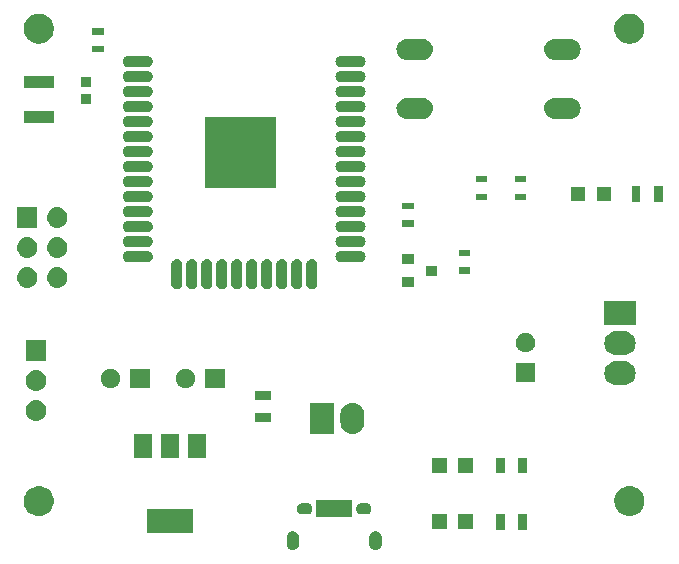
<source format=gbr>
G04 #@! TF.GenerationSoftware,KiCad,Pcbnew,5.0.1*
G04 #@! TF.CreationDate,2018-11-13T22:18:36+00:00*
G04 #@! TF.ProjectId,ESP32-WS2812-Controller,45535033322D5753323831322D436F6E,rev?*
G04 #@! TF.SameCoordinates,Original*
G04 #@! TF.FileFunction,Soldermask,Top*
G04 #@! TF.FilePolarity,Negative*
%FSLAX46Y46*%
G04 Gerber Fmt 4.6, Leading zero omitted, Abs format (unit mm)*
G04 Created by KiCad (PCBNEW 5.0.1) date Tue 13 Nov 2018 22:18:36 GMT*
%MOMM*%
%LPD*%
G01*
G04 APERTURE LIST*
%ADD10C,0.100000*%
G04 APERTURE END LIST*
D10*
G36*
X126592798Y-147561624D02*
X126601938Y-147562524D01*
X126634610Y-147572435D01*
X126699957Y-147592258D01*
X126790294Y-147640544D01*
X126869475Y-147705525D01*
X126934456Y-147784706D01*
X126982742Y-147875042D01*
X127012476Y-147973062D01*
X127020000Y-148049455D01*
X127020000Y-148650545D01*
X127012476Y-148726938D01*
X126982742Y-148824958D01*
X126934456Y-148915294D01*
X126869475Y-148994475D01*
X126790294Y-149059456D01*
X126699958Y-149107742D01*
X126634611Y-149127565D01*
X126601939Y-149137476D01*
X126592799Y-149138376D01*
X126500000Y-149147516D01*
X126407202Y-149138376D01*
X126398062Y-149137476D01*
X126365390Y-149127565D01*
X126300043Y-149107742D01*
X126209707Y-149059456D01*
X126130526Y-148994475D01*
X126065545Y-148915294D01*
X126017259Y-148824958D01*
X126017258Y-148824956D01*
X125987524Y-148726939D01*
X125980000Y-148650539D01*
X125980000Y-148049456D01*
X125987524Y-147973063D01*
X125987525Y-147973061D01*
X125997435Y-147940390D01*
X126017258Y-147875043D01*
X126065544Y-147784706D01*
X126130525Y-147705525D01*
X126209706Y-147640544D01*
X126300042Y-147592258D01*
X126365389Y-147572435D01*
X126398061Y-147562524D01*
X126407201Y-147561624D01*
X126500000Y-147552484D01*
X126592798Y-147561624D01*
X126592798Y-147561624D01*
G37*
G36*
X133592798Y-147561624D02*
X133601938Y-147562524D01*
X133634610Y-147572435D01*
X133699957Y-147592258D01*
X133790294Y-147640544D01*
X133869475Y-147705525D01*
X133934456Y-147784706D01*
X133982742Y-147875042D01*
X134012476Y-147973062D01*
X134020000Y-148049455D01*
X134020000Y-148650545D01*
X134012476Y-148726938D01*
X133982742Y-148824958D01*
X133934456Y-148915294D01*
X133869475Y-148994475D01*
X133790294Y-149059456D01*
X133699958Y-149107742D01*
X133634611Y-149127565D01*
X133601939Y-149137476D01*
X133592799Y-149138376D01*
X133500000Y-149147516D01*
X133407202Y-149138376D01*
X133398062Y-149137476D01*
X133365390Y-149127565D01*
X133300043Y-149107742D01*
X133209707Y-149059456D01*
X133130526Y-148994475D01*
X133065545Y-148915294D01*
X133017259Y-148824958D01*
X133017258Y-148824956D01*
X132987524Y-148726939D01*
X132980000Y-148650539D01*
X132980000Y-148049456D01*
X132987524Y-147973063D01*
X132987525Y-147973061D01*
X132997435Y-147940390D01*
X133017258Y-147875043D01*
X133065544Y-147784706D01*
X133130525Y-147705525D01*
X133209706Y-147640544D01*
X133300042Y-147592258D01*
X133365389Y-147572435D01*
X133398061Y-147562524D01*
X133407201Y-147561624D01*
X133500000Y-147552484D01*
X133592798Y-147561624D01*
X133592798Y-147561624D01*
G37*
G36*
X118030000Y-147680000D02*
X114190000Y-147680000D01*
X114190000Y-145640000D01*
X118030000Y-145640000D01*
X118030000Y-147680000D01*
X118030000Y-147680000D01*
G37*
G36*
X146320000Y-147420000D02*
X145580000Y-147420000D01*
X145580000Y-146080000D01*
X146320000Y-146080000D01*
X146320000Y-147420000D01*
X146320000Y-147420000D01*
G37*
G36*
X144420000Y-147420000D02*
X143680000Y-147420000D01*
X143680000Y-146080000D01*
X144420000Y-146080000D01*
X144420000Y-147420000D01*
X144420000Y-147420000D01*
G37*
G36*
X141720000Y-147370000D02*
X140480000Y-147370000D01*
X140480000Y-146130000D01*
X141720000Y-146130000D01*
X141720000Y-147370000D01*
X141720000Y-147370000D01*
G37*
G36*
X139520000Y-147370000D02*
X138280000Y-147370000D01*
X138280000Y-146130000D01*
X139520000Y-146130000D01*
X139520000Y-147370000D01*
X139520000Y-147370000D01*
G37*
G36*
X131520000Y-146345000D02*
X128480000Y-146345000D01*
X128480000Y-144955000D01*
X131520000Y-144955000D01*
X131520000Y-146345000D01*
X131520000Y-146345000D01*
G37*
G36*
X155247765Y-143754403D02*
X155370445Y-143778805D01*
X155601571Y-143874541D01*
X155809581Y-144013529D01*
X155986471Y-144190419D01*
X155986473Y-144190422D01*
X156125459Y-144398429D01*
X156221195Y-144629555D01*
X156221195Y-144629557D01*
X156270000Y-144874914D01*
X156270000Y-145125086D01*
X156262625Y-145162162D01*
X156221195Y-145370445D01*
X156145593Y-145552963D01*
X156125459Y-145601571D01*
X155986471Y-145809581D01*
X155809581Y-145986471D01*
X155809578Y-145986473D01*
X155601571Y-146125459D01*
X155370445Y-146221195D01*
X155247765Y-146245597D01*
X155125086Y-146270000D01*
X154874914Y-146270000D01*
X154752235Y-146245597D01*
X154629555Y-146221195D01*
X154398429Y-146125459D01*
X154190422Y-145986473D01*
X154190419Y-145986471D01*
X154013529Y-145809581D01*
X153874541Y-145601571D01*
X153854407Y-145552963D01*
X153778805Y-145370445D01*
X153737375Y-145162162D01*
X153730000Y-145125086D01*
X153730000Y-144874914D01*
X153778805Y-144629557D01*
X153778805Y-144629555D01*
X153874541Y-144398429D01*
X154013527Y-144190422D01*
X154013529Y-144190419D01*
X154190419Y-144013529D01*
X154398429Y-143874541D01*
X154629555Y-143778805D01*
X154752235Y-143754403D01*
X154874914Y-143730000D01*
X155125086Y-143730000D01*
X155247765Y-143754403D01*
X155247765Y-143754403D01*
G37*
G36*
X105247765Y-143754403D02*
X105370445Y-143778805D01*
X105601571Y-143874541D01*
X105809581Y-144013529D01*
X105986471Y-144190419D01*
X105986473Y-144190422D01*
X106125459Y-144398429D01*
X106221195Y-144629555D01*
X106221195Y-144629557D01*
X106270000Y-144874914D01*
X106270000Y-145125086D01*
X106262625Y-145162162D01*
X106221195Y-145370445D01*
X106145593Y-145552963D01*
X106125459Y-145601571D01*
X105986471Y-145809581D01*
X105809581Y-145986471D01*
X105809578Y-145986473D01*
X105601571Y-146125459D01*
X105370445Y-146221195D01*
X105247765Y-146245597D01*
X105125086Y-146270000D01*
X104874914Y-146270000D01*
X104752235Y-146245597D01*
X104629555Y-146221195D01*
X104398429Y-146125459D01*
X104190422Y-145986473D01*
X104190419Y-145986471D01*
X104013529Y-145809581D01*
X103874541Y-145601571D01*
X103854407Y-145552963D01*
X103778805Y-145370445D01*
X103737375Y-145162162D01*
X103730000Y-145125086D01*
X103730000Y-144874914D01*
X103778805Y-144629557D01*
X103778805Y-144629555D01*
X103874541Y-144398429D01*
X104013527Y-144190422D01*
X104013529Y-144190419D01*
X104190419Y-144013529D01*
X104398429Y-143874541D01*
X104629555Y-143778805D01*
X104752235Y-143754403D01*
X104874914Y-143730000D01*
X105125086Y-143730000D01*
X105247765Y-143754403D01*
X105247765Y-143754403D01*
G37*
G36*
X132747037Y-145162162D02*
X132840345Y-145190467D01*
X132926338Y-145236431D01*
X133001711Y-145298289D01*
X133063569Y-145373662D01*
X133109533Y-145459655D01*
X133137838Y-145552963D01*
X133147395Y-145650000D01*
X133137838Y-145747037D01*
X133109533Y-145840345D01*
X133063569Y-145926338D01*
X133001711Y-146001711D01*
X132926338Y-146063569D01*
X132840345Y-146109533D01*
X132747037Y-146137838D01*
X132674318Y-146145000D01*
X132325682Y-146145000D01*
X132252963Y-146137838D01*
X132159655Y-146109533D01*
X132073662Y-146063569D01*
X131998289Y-146001711D01*
X131936431Y-145926338D01*
X131890467Y-145840345D01*
X131862162Y-145747037D01*
X131852605Y-145650000D01*
X131862162Y-145552963D01*
X131890467Y-145459655D01*
X131936431Y-145373662D01*
X131998289Y-145298289D01*
X132073662Y-145236431D01*
X132159655Y-145190467D01*
X132252963Y-145162162D01*
X132325682Y-145155000D01*
X132674318Y-145155000D01*
X132747037Y-145162162D01*
X132747037Y-145162162D01*
G37*
G36*
X127747037Y-145162162D02*
X127840345Y-145190467D01*
X127926338Y-145236431D01*
X128001711Y-145298289D01*
X128063569Y-145373662D01*
X128109533Y-145459655D01*
X128137838Y-145552963D01*
X128147395Y-145650000D01*
X128137838Y-145747037D01*
X128109533Y-145840345D01*
X128063569Y-145926338D01*
X128001711Y-146001711D01*
X127926338Y-146063569D01*
X127840345Y-146109533D01*
X127747037Y-146137838D01*
X127674318Y-146145000D01*
X127325682Y-146145000D01*
X127252963Y-146137838D01*
X127159655Y-146109533D01*
X127073662Y-146063569D01*
X126998289Y-146001711D01*
X126936431Y-145926338D01*
X126890467Y-145840345D01*
X126862162Y-145747037D01*
X126852605Y-145650000D01*
X126862162Y-145552963D01*
X126890467Y-145459655D01*
X126936431Y-145373662D01*
X126998289Y-145298289D01*
X127073662Y-145236431D01*
X127159655Y-145190467D01*
X127252963Y-145162162D01*
X127325682Y-145155000D01*
X127674318Y-145155000D01*
X127747037Y-145162162D01*
X127747037Y-145162162D01*
G37*
G36*
X144420000Y-142670000D02*
X143680000Y-142670000D01*
X143680000Y-141330000D01*
X144420000Y-141330000D01*
X144420000Y-142670000D01*
X144420000Y-142670000D01*
G37*
G36*
X146320000Y-142670000D02*
X145580000Y-142670000D01*
X145580000Y-141330000D01*
X146320000Y-141330000D01*
X146320000Y-142670000D01*
X146320000Y-142670000D01*
G37*
G36*
X139520000Y-142620000D02*
X138280000Y-142620000D01*
X138280000Y-141380000D01*
X139520000Y-141380000D01*
X139520000Y-142620000D01*
X139520000Y-142620000D01*
G37*
G36*
X141720000Y-142620000D02*
X140480000Y-142620000D01*
X140480000Y-141380000D01*
X141720000Y-141380000D01*
X141720000Y-142620000D01*
X141720000Y-142620000D01*
G37*
G36*
X114580000Y-141380000D02*
X113040000Y-141380000D01*
X113040000Y-139340000D01*
X114580000Y-139340000D01*
X114580000Y-141380000D01*
X114580000Y-141380000D01*
G37*
G36*
X119180000Y-141380000D02*
X117640000Y-141380000D01*
X117640000Y-139340000D01*
X119180000Y-139340000D01*
X119180000Y-141380000D01*
X119180000Y-141380000D01*
G37*
G36*
X116880000Y-141380000D02*
X115340000Y-141380000D01*
X115340000Y-139340000D01*
X116880000Y-139340000D01*
X116880000Y-141380000D01*
X116880000Y-141380000D01*
G37*
G36*
X131739955Y-136694758D02*
X131932223Y-136753083D01*
X131932225Y-136753084D01*
X132109423Y-136847798D01*
X132161195Y-136890286D01*
X132264742Y-136975264D01*
X132392201Y-137130574D01*
X132486917Y-137307776D01*
X132545242Y-137500044D01*
X132560000Y-137649891D01*
X132560000Y-138350108D01*
X132545242Y-138499955D01*
X132486917Y-138692225D01*
X132392203Y-138869424D01*
X132264739Y-139024739D01*
X132109426Y-139152201D01*
X131932224Y-139246917D01*
X131739956Y-139305242D01*
X131540000Y-139324935D01*
X131340045Y-139305242D01*
X131147777Y-139246917D01*
X130970575Y-139152201D01*
X130815262Y-139024739D01*
X130687800Y-138869425D01*
X130593083Y-138692224D01*
X130534758Y-138499956D01*
X130520000Y-138350109D01*
X130520000Y-137649892D01*
X130534758Y-137500045D01*
X130593083Y-137307777D01*
X130687797Y-137130579D01*
X130687798Y-137130577D01*
X130730286Y-137078805D01*
X130815264Y-136975258D01*
X130970574Y-136847799D01*
X131147776Y-136753083D01*
X131340044Y-136694758D01*
X131540000Y-136675065D01*
X131739955Y-136694758D01*
X131739955Y-136694758D01*
G37*
G36*
X130020000Y-139320000D02*
X127980000Y-139320000D01*
X127980000Y-136680000D01*
X130020000Y-136680000D01*
X130020000Y-139320000D01*
X130020000Y-139320000D01*
G37*
G36*
X124670000Y-138320000D02*
X123330000Y-138320000D01*
X123330000Y-137580000D01*
X124670000Y-137580000D01*
X124670000Y-138320000D01*
X124670000Y-138320000D01*
G37*
G36*
X104920546Y-136472588D02*
X104920549Y-136472589D01*
X104920550Y-136472589D01*
X105084545Y-136522336D01*
X105084547Y-136522337D01*
X105235686Y-136603122D01*
X105368159Y-136711841D01*
X105476878Y-136844314D01*
X105546871Y-136975262D01*
X105557664Y-136995455D01*
X105598653Y-137130579D01*
X105607412Y-137159454D01*
X105624209Y-137330000D01*
X105607412Y-137500546D01*
X105557663Y-137664547D01*
X105476878Y-137815686D01*
X105368159Y-137948159D01*
X105235686Y-138056878D01*
X105084547Y-138137663D01*
X105084545Y-138137664D01*
X104920550Y-138187411D01*
X104920549Y-138187411D01*
X104920546Y-138187412D01*
X104792738Y-138200000D01*
X104707262Y-138200000D01*
X104579454Y-138187412D01*
X104579451Y-138187411D01*
X104579450Y-138187411D01*
X104415455Y-138137664D01*
X104415453Y-138137663D01*
X104264314Y-138056878D01*
X104131841Y-137948159D01*
X104023122Y-137815686D01*
X103942337Y-137664547D01*
X103892588Y-137500546D01*
X103875791Y-137330000D01*
X103892588Y-137159454D01*
X103901347Y-137130579D01*
X103942336Y-136995455D01*
X103953129Y-136975262D01*
X104023122Y-136844314D01*
X104131841Y-136711841D01*
X104264314Y-136603122D01*
X104415453Y-136522337D01*
X104415455Y-136522336D01*
X104579450Y-136472589D01*
X104579451Y-136472589D01*
X104579454Y-136472588D01*
X104707262Y-136460000D01*
X104792738Y-136460000D01*
X104920546Y-136472588D01*
X104920546Y-136472588D01*
G37*
G36*
X124670000Y-136420000D02*
X123330000Y-136420000D01*
X123330000Y-135680000D01*
X124670000Y-135680000D01*
X124670000Y-136420000D01*
X124670000Y-136420000D01*
G37*
G36*
X104920546Y-133932588D02*
X104920549Y-133932589D01*
X104920550Y-133932589D01*
X105084545Y-133982336D01*
X105084547Y-133982337D01*
X105235686Y-134063122D01*
X105368159Y-134171841D01*
X105476878Y-134304314D01*
X105557663Y-134455453D01*
X105557664Y-134455455D01*
X105583079Y-134539237D01*
X105607412Y-134619454D01*
X105624209Y-134790000D01*
X105607412Y-134960546D01*
X105607411Y-134960549D01*
X105607411Y-134960550D01*
X105585676Y-135032202D01*
X105557663Y-135124547D01*
X105476878Y-135275686D01*
X105368159Y-135408159D01*
X105235686Y-135516878D01*
X105084547Y-135597663D01*
X105084545Y-135597664D01*
X104920550Y-135647411D01*
X104920549Y-135647411D01*
X104920546Y-135647412D01*
X104792738Y-135660000D01*
X104707262Y-135660000D01*
X104579454Y-135647412D01*
X104579451Y-135647411D01*
X104579450Y-135647411D01*
X104415455Y-135597664D01*
X104415453Y-135597663D01*
X104264314Y-135516878D01*
X104131841Y-135408159D01*
X104023122Y-135275686D01*
X103942337Y-135124547D01*
X103914325Y-135032202D01*
X103892589Y-134960550D01*
X103892589Y-134960549D01*
X103892588Y-134960546D01*
X103875791Y-134790000D01*
X103892588Y-134619454D01*
X103916921Y-134539237D01*
X103942336Y-134455455D01*
X103942337Y-134455453D01*
X104023122Y-134304314D01*
X104131841Y-134171841D01*
X104264314Y-134063122D01*
X104415453Y-133982337D01*
X104415455Y-133982336D01*
X104579450Y-133932589D01*
X104579451Y-133932589D01*
X104579454Y-133932588D01*
X104707262Y-133920000D01*
X104792738Y-133920000D01*
X104920546Y-133932588D01*
X104920546Y-133932588D01*
G37*
G36*
X120740000Y-135440000D02*
X119100000Y-135440000D01*
X119100000Y-133800000D01*
X120740000Y-133800000D01*
X120740000Y-135440000D01*
X120740000Y-135440000D01*
G37*
G36*
X117579974Y-133815756D02*
X117659185Y-133831512D01*
X117808416Y-133893325D01*
X117942720Y-133983064D01*
X118056936Y-134097280D01*
X118146675Y-134231584D01*
X118208488Y-134380815D01*
X118240000Y-134539237D01*
X118240000Y-134700763D01*
X118208488Y-134859185D01*
X118146675Y-135008416D01*
X118056936Y-135142720D01*
X117942720Y-135256936D01*
X117808416Y-135346675D01*
X117659185Y-135408488D01*
X117579974Y-135424244D01*
X117500764Y-135440000D01*
X117339236Y-135440000D01*
X117260026Y-135424244D01*
X117180815Y-135408488D01*
X117031584Y-135346675D01*
X116897280Y-135256936D01*
X116783064Y-135142720D01*
X116693325Y-135008416D01*
X116631512Y-134859185D01*
X116600000Y-134700763D01*
X116600000Y-134539237D01*
X116631512Y-134380815D01*
X116693325Y-134231584D01*
X116783064Y-134097280D01*
X116897280Y-133983064D01*
X117031584Y-133893325D01*
X117180815Y-133831512D01*
X117260026Y-133815756D01*
X117339236Y-133800000D01*
X117500764Y-133800000D01*
X117579974Y-133815756D01*
X117579974Y-133815756D01*
G37*
G36*
X114390000Y-135440000D02*
X112750000Y-135440000D01*
X112750000Y-133800000D01*
X114390000Y-133800000D01*
X114390000Y-135440000D01*
X114390000Y-135440000D01*
G37*
G36*
X111229974Y-133815756D02*
X111309185Y-133831512D01*
X111458416Y-133893325D01*
X111592720Y-133983064D01*
X111706936Y-134097280D01*
X111796675Y-134231584D01*
X111858488Y-134380815D01*
X111890000Y-134539237D01*
X111890000Y-134700763D01*
X111858488Y-134859185D01*
X111796675Y-135008416D01*
X111706936Y-135142720D01*
X111592720Y-135256936D01*
X111458416Y-135346675D01*
X111309185Y-135408488D01*
X111229974Y-135424244D01*
X111150764Y-135440000D01*
X110989236Y-135440000D01*
X110910026Y-135424244D01*
X110830815Y-135408488D01*
X110681584Y-135346675D01*
X110547280Y-135256936D01*
X110433064Y-135142720D01*
X110343325Y-135008416D01*
X110281512Y-134859185D01*
X110250000Y-134700763D01*
X110250000Y-134539237D01*
X110281512Y-134380815D01*
X110343325Y-134231584D01*
X110433064Y-134097280D01*
X110547280Y-133983064D01*
X110681584Y-133893325D01*
X110830815Y-133831512D01*
X110910026Y-133815756D01*
X110989236Y-133800000D01*
X111150764Y-133800000D01*
X111229974Y-133815756D01*
X111229974Y-133815756D01*
G37*
G36*
X154699956Y-133174758D02*
X154892224Y-133233083D01*
X155069426Y-133327799D01*
X155224739Y-133455261D01*
X155352201Y-133610574D01*
X155446917Y-133787776D01*
X155505242Y-133980044D01*
X155524935Y-134180000D01*
X155505242Y-134379956D01*
X155446917Y-134572224D01*
X155352201Y-134749426D01*
X155224739Y-134904739D01*
X155069426Y-135032201D01*
X154892224Y-135126917D01*
X154699956Y-135185242D01*
X154550109Y-135200000D01*
X153849891Y-135200000D01*
X153700044Y-135185242D01*
X153507776Y-135126917D01*
X153330574Y-135032201D01*
X153175261Y-134904739D01*
X153047799Y-134749426D01*
X152953083Y-134572224D01*
X152894758Y-134379956D01*
X152875065Y-134180000D01*
X152894758Y-133980044D01*
X152953083Y-133787776D01*
X153047799Y-133610574D01*
X153175261Y-133455261D01*
X153330574Y-133327799D01*
X153507776Y-133233083D01*
X153700044Y-133174758D01*
X153849891Y-133160000D01*
X154550109Y-133160000D01*
X154699956Y-133174758D01*
X154699956Y-133174758D01*
G37*
G36*
X147020000Y-134920000D02*
X145380000Y-134920000D01*
X145380000Y-133280000D01*
X147020000Y-133280000D01*
X147020000Y-134920000D01*
X147020000Y-134920000D01*
G37*
G36*
X105620000Y-133120000D02*
X103880000Y-133120000D01*
X103880000Y-131380000D01*
X105620000Y-131380000D01*
X105620000Y-133120000D01*
X105620000Y-133120000D01*
G37*
G36*
X154699956Y-130634758D02*
X154892224Y-130693083D01*
X155069426Y-130787799D01*
X155224739Y-130915261D01*
X155352201Y-131070574D01*
X155446917Y-131247776D01*
X155505242Y-131440044D01*
X155524935Y-131640000D01*
X155505242Y-131839956D01*
X155446917Y-132032224D01*
X155352201Y-132209426D01*
X155224739Y-132364739D01*
X155069426Y-132492201D01*
X154892224Y-132586917D01*
X154699956Y-132645242D01*
X154550109Y-132660000D01*
X153849891Y-132660000D01*
X153700044Y-132645242D01*
X153507776Y-132586917D01*
X153330574Y-132492201D01*
X153175261Y-132364739D01*
X153047799Y-132209426D01*
X152953083Y-132032224D01*
X152894758Y-131839956D01*
X152875065Y-131640000D01*
X152894758Y-131440044D01*
X152953083Y-131247776D01*
X153047799Y-131070574D01*
X153175261Y-130915261D01*
X153330574Y-130787799D01*
X153507776Y-130693083D01*
X153700044Y-130634758D01*
X153849891Y-130620000D01*
X154550109Y-130620000D01*
X154699956Y-130634758D01*
X154699956Y-130634758D01*
G37*
G36*
X146359974Y-130795756D02*
X146439185Y-130811512D01*
X146588416Y-130873325D01*
X146722720Y-130963064D01*
X146836936Y-131077280D01*
X146926675Y-131211584D01*
X146988488Y-131360815D01*
X147020000Y-131519237D01*
X147020000Y-131680763D01*
X146988488Y-131839185D01*
X146926675Y-131988416D01*
X146836936Y-132122720D01*
X146722720Y-132236936D01*
X146588416Y-132326675D01*
X146439185Y-132388488D01*
X146359974Y-132404244D01*
X146280764Y-132420000D01*
X146119236Y-132420000D01*
X146040026Y-132404244D01*
X145960815Y-132388488D01*
X145811584Y-132326675D01*
X145677280Y-132236936D01*
X145563064Y-132122720D01*
X145473325Y-131988416D01*
X145411512Y-131839185D01*
X145380000Y-131680763D01*
X145380000Y-131519237D01*
X145411512Y-131360815D01*
X145473325Y-131211584D01*
X145563064Y-131077280D01*
X145677280Y-130963064D01*
X145811584Y-130873325D01*
X145960815Y-130811512D01*
X146040026Y-130795756D01*
X146119236Y-130780000D01*
X146280764Y-130780000D01*
X146359974Y-130795756D01*
X146359974Y-130795756D01*
G37*
G36*
X155520000Y-130120000D02*
X152880000Y-130120000D01*
X152880000Y-128080000D01*
X155520000Y-128080000D01*
X155520000Y-130120000D01*
X155520000Y-130120000D01*
G37*
G36*
X121828876Y-124515987D02*
X121837137Y-124516801D01*
X121866668Y-124525759D01*
X121925731Y-124543676D01*
X122007381Y-124587319D01*
X122078948Y-124646052D01*
X122137681Y-124717619D01*
X122181324Y-124799269D01*
X122208199Y-124887864D01*
X122215000Y-124956913D01*
X122215000Y-126603087D01*
X122208199Y-126672136D01*
X122181324Y-126760731D01*
X122137681Y-126842381D01*
X122078948Y-126913948D01*
X122007381Y-126972681D01*
X121925730Y-127016324D01*
X121866667Y-127034241D01*
X121837136Y-127043199D01*
X121828875Y-127044013D01*
X121745000Y-127052274D01*
X121661124Y-127044013D01*
X121652863Y-127043199D01*
X121623332Y-127034241D01*
X121564269Y-127016324D01*
X121482619Y-126972681D01*
X121411052Y-126913948D01*
X121352319Y-126842381D01*
X121308676Y-126760730D01*
X121289695Y-126698159D01*
X121281801Y-126672136D01*
X121280829Y-126662271D01*
X121275000Y-126603086D01*
X121275001Y-124956913D01*
X121281802Y-124887864D01*
X121308677Y-124799269D01*
X121352320Y-124717619D01*
X121411053Y-124646052D01*
X121482620Y-124587319D01*
X121564270Y-124543676D01*
X121623333Y-124525759D01*
X121652864Y-124516801D01*
X121661125Y-124515987D01*
X121745000Y-124507726D01*
X121828876Y-124515987D01*
X121828876Y-124515987D01*
G37*
G36*
X116748876Y-124515987D02*
X116757137Y-124516801D01*
X116786668Y-124525759D01*
X116845731Y-124543676D01*
X116927381Y-124587319D01*
X116998948Y-124646052D01*
X117057681Y-124717619D01*
X117101324Y-124799269D01*
X117128199Y-124887864D01*
X117135000Y-124956913D01*
X117135000Y-126603087D01*
X117128199Y-126672136D01*
X117101324Y-126760731D01*
X117057681Y-126842381D01*
X116998948Y-126913948D01*
X116927381Y-126972681D01*
X116845730Y-127016324D01*
X116786667Y-127034241D01*
X116757136Y-127043199D01*
X116748875Y-127044013D01*
X116665000Y-127052274D01*
X116581124Y-127044013D01*
X116572863Y-127043199D01*
X116543332Y-127034241D01*
X116484269Y-127016324D01*
X116402619Y-126972681D01*
X116331052Y-126913948D01*
X116272319Y-126842381D01*
X116228676Y-126760730D01*
X116209695Y-126698159D01*
X116201801Y-126672136D01*
X116200829Y-126662271D01*
X116195000Y-126603086D01*
X116195001Y-124956913D01*
X116201802Y-124887864D01*
X116228677Y-124799269D01*
X116272320Y-124717619D01*
X116331053Y-124646052D01*
X116402620Y-124587319D01*
X116484270Y-124543676D01*
X116543333Y-124525759D01*
X116572864Y-124516801D01*
X116581125Y-124515987D01*
X116665000Y-124507726D01*
X116748876Y-124515987D01*
X116748876Y-124515987D01*
G37*
G36*
X118018876Y-124515987D02*
X118027137Y-124516801D01*
X118056668Y-124525759D01*
X118115731Y-124543676D01*
X118197381Y-124587319D01*
X118268948Y-124646052D01*
X118327681Y-124717619D01*
X118371324Y-124799269D01*
X118398199Y-124887864D01*
X118405000Y-124956913D01*
X118405000Y-126603087D01*
X118398199Y-126672136D01*
X118371324Y-126760731D01*
X118327681Y-126842381D01*
X118268948Y-126913948D01*
X118197381Y-126972681D01*
X118115730Y-127016324D01*
X118056667Y-127034241D01*
X118027136Y-127043199D01*
X118018875Y-127044013D01*
X117935000Y-127052274D01*
X117851124Y-127044013D01*
X117842863Y-127043199D01*
X117813332Y-127034241D01*
X117754269Y-127016324D01*
X117672619Y-126972681D01*
X117601052Y-126913948D01*
X117542319Y-126842381D01*
X117498676Y-126760730D01*
X117479695Y-126698159D01*
X117471801Y-126672136D01*
X117470829Y-126662271D01*
X117465000Y-126603086D01*
X117465001Y-124956913D01*
X117471802Y-124887864D01*
X117498677Y-124799269D01*
X117542320Y-124717619D01*
X117601053Y-124646052D01*
X117672620Y-124587319D01*
X117754270Y-124543676D01*
X117813333Y-124525759D01*
X117842864Y-124516801D01*
X117851125Y-124515987D01*
X117935000Y-124507726D01*
X118018876Y-124515987D01*
X118018876Y-124515987D01*
G37*
G36*
X119288876Y-124515987D02*
X119297137Y-124516801D01*
X119326668Y-124525759D01*
X119385731Y-124543676D01*
X119467381Y-124587319D01*
X119538948Y-124646052D01*
X119597681Y-124717619D01*
X119641324Y-124799269D01*
X119668199Y-124887864D01*
X119675000Y-124956913D01*
X119675000Y-126603087D01*
X119668199Y-126672136D01*
X119641324Y-126760731D01*
X119597681Y-126842381D01*
X119538948Y-126913948D01*
X119467381Y-126972681D01*
X119385730Y-127016324D01*
X119326667Y-127034241D01*
X119297136Y-127043199D01*
X119288875Y-127044013D01*
X119205000Y-127052274D01*
X119121124Y-127044013D01*
X119112863Y-127043199D01*
X119083332Y-127034241D01*
X119024269Y-127016324D01*
X118942619Y-126972681D01*
X118871052Y-126913948D01*
X118812319Y-126842381D01*
X118768676Y-126760730D01*
X118749695Y-126698159D01*
X118741801Y-126672136D01*
X118740829Y-126662271D01*
X118735000Y-126603086D01*
X118735001Y-124956913D01*
X118741802Y-124887864D01*
X118768677Y-124799269D01*
X118812320Y-124717619D01*
X118871053Y-124646052D01*
X118942620Y-124587319D01*
X119024270Y-124543676D01*
X119083333Y-124525759D01*
X119112864Y-124516801D01*
X119121125Y-124515987D01*
X119205000Y-124507726D01*
X119288876Y-124515987D01*
X119288876Y-124515987D01*
G37*
G36*
X120558876Y-124515987D02*
X120567137Y-124516801D01*
X120596668Y-124525759D01*
X120655731Y-124543676D01*
X120737381Y-124587319D01*
X120808948Y-124646052D01*
X120867681Y-124717619D01*
X120911324Y-124799269D01*
X120938199Y-124887864D01*
X120945000Y-124956913D01*
X120945000Y-126603087D01*
X120938199Y-126672136D01*
X120911324Y-126760731D01*
X120867681Y-126842381D01*
X120808948Y-126913948D01*
X120737381Y-126972681D01*
X120655730Y-127016324D01*
X120596667Y-127034241D01*
X120567136Y-127043199D01*
X120558875Y-127044013D01*
X120475000Y-127052274D01*
X120391124Y-127044013D01*
X120382863Y-127043199D01*
X120353332Y-127034241D01*
X120294269Y-127016324D01*
X120212619Y-126972681D01*
X120141052Y-126913948D01*
X120082319Y-126842381D01*
X120038676Y-126760730D01*
X120019695Y-126698159D01*
X120011801Y-126672136D01*
X120010829Y-126662271D01*
X120005000Y-126603086D01*
X120005001Y-124956913D01*
X120011802Y-124887864D01*
X120038677Y-124799269D01*
X120082320Y-124717619D01*
X120141053Y-124646052D01*
X120212620Y-124587319D01*
X120294270Y-124543676D01*
X120353333Y-124525759D01*
X120382864Y-124516801D01*
X120391125Y-124515987D01*
X120475000Y-124507726D01*
X120558876Y-124515987D01*
X120558876Y-124515987D01*
G37*
G36*
X123098876Y-124515987D02*
X123107137Y-124516801D01*
X123136668Y-124525759D01*
X123195731Y-124543676D01*
X123277381Y-124587319D01*
X123348948Y-124646052D01*
X123407681Y-124717619D01*
X123451324Y-124799269D01*
X123478199Y-124887864D01*
X123485000Y-124956913D01*
X123485000Y-126603087D01*
X123478199Y-126672136D01*
X123451324Y-126760731D01*
X123407681Y-126842381D01*
X123348948Y-126913948D01*
X123277381Y-126972681D01*
X123195730Y-127016324D01*
X123136667Y-127034241D01*
X123107136Y-127043199D01*
X123098875Y-127044013D01*
X123015000Y-127052274D01*
X122931124Y-127044013D01*
X122922863Y-127043199D01*
X122893332Y-127034241D01*
X122834269Y-127016324D01*
X122752619Y-126972681D01*
X122681052Y-126913948D01*
X122622319Y-126842381D01*
X122578676Y-126760730D01*
X122559695Y-126698159D01*
X122551801Y-126672136D01*
X122550829Y-126662271D01*
X122545000Y-126603086D01*
X122545001Y-124956913D01*
X122551802Y-124887864D01*
X122578677Y-124799269D01*
X122622320Y-124717619D01*
X122681053Y-124646052D01*
X122752620Y-124587319D01*
X122834270Y-124543676D01*
X122893333Y-124525759D01*
X122922864Y-124516801D01*
X122931125Y-124515987D01*
X123015000Y-124507726D01*
X123098876Y-124515987D01*
X123098876Y-124515987D01*
G37*
G36*
X124368876Y-124515987D02*
X124377137Y-124516801D01*
X124406668Y-124525759D01*
X124465731Y-124543676D01*
X124547381Y-124587319D01*
X124618948Y-124646052D01*
X124677681Y-124717619D01*
X124721324Y-124799269D01*
X124748199Y-124887864D01*
X124755000Y-124956913D01*
X124755000Y-126603087D01*
X124748199Y-126672136D01*
X124721324Y-126760731D01*
X124677681Y-126842381D01*
X124618948Y-126913948D01*
X124547381Y-126972681D01*
X124465730Y-127016324D01*
X124406667Y-127034241D01*
X124377136Y-127043199D01*
X124368875Y-127044013D01*
X124285000Y-127052274D01*
X124201124Y-127044013D01*
X124192863Y-127043199D01*
X124163332Y-127034241D01*
X124104269Y-127016324D01*
X124022619Y-126972681D01*
X123951052Y-126913948D01*
X123892319Y-126842381D01*
X123848676Y-126760730D01*
X123829695Y-126698159D01*
X123821801Y-126672136D01*
X123820829Y-126662271D01*
X123815000Y-126603086D01*
X123815001Y-124956913D01*
X123821802Y-124887864D01*
X123848677Y-124799269D01*
X123892320Y-124717619D01*
X123951053Y-124646052D01*
X124022620Y-124587319D01*
X124104270Y-124543676D01*
X124163333Y-124525759D01*
X124192864Y-124516801D01*
X124201125Y-124515987D01*
X124285000Y-124507726D01*
X124368876Y-124515987D01*
X124368876Y-124515987D01*
G37*
G36*
X125638876Y-124515987D02*
X125647137Y-124516801D01*
X125676668Y-124525759D01*
X125735731Y-124543676D01*
X125817381Y-124587319D01*
X125888948Y-124646052D01*
X125947681Y-124717619D01*
X125991324Y-124799269D01*
X126018199Y-124887864D01*
X126025000Y-124956913D01*
X126025000Y-126603087D01*
X126018199Y-126672136D01*
X125991324Y-126760731D01*
X125947681Y-126842381D01*
X125888948Y-126913948D01*
X125817381Y-126972681D01*
X125735730Y-127016324D01*
X125676667Y-127034241D01*
X125647136Y-127043199D01*
X125638875Y-127044013D01*
X125555000Y-127052274D01*
X125471124Y-127044013D01*
X125462863Y-127043199D01*
X125433332Y-127034241D01*
X125374269Y-127016324D01*
X125292619Y-126972681D01*
X125221052Y-126913948D01*
X125162319Y-126842381D01*
X125118676Y-126760730D01*
X125099695Y-126698159D01*
X125091801Y-126672136D01*
X125090829Y-126662271D01*
X125085000Y-126603086D01*
X125085001Y-124956913D01*
X125091802Y-124887864D01*
X125118677Y-124799269D01*
X125162320Y-124717619D01*
X125221053Y-124646052D01*
X125292620Y-124587319D01*
X125374270Y-124543676D01*
X125433333Y-124525759D01*
X125462864Y-124516801D01*
X125471125Y-124515987D01*
X125555000Y-124507726D01*
X125638876Y-124515987D01*
X125638876Y-124515987D01*
G37*
G36*
X126908876Y-124515987D02*
X126917137Y-124516801D01*
X126946668Y-124525759D01*
X127005731Y-124543676D01*
X127087381Y-124587319D01*
X127158948Y-124646052D01*
X127217681Y-124717619D01*
X127261324Y-124799269D01*
X127288199Y-124887864D01*
X127295000Y-124956913D01*
X127295000Y-126603087D01*
X127288199Y-126672136D01*
X127261324Y-126760731D01*
X127217681Y-126842381D01*
X127158948Y-126913948D01*
X127087381Y-126972681D01*
X127005730Y-127016324D01*
X126946667Y-127034241D01*
X126917136Y-127043199D01*
X126908875Y-127044013D01*
X126825000Y-127052274D01*
X126741124Y-127044013D01*
X126732863Y-127043199D01*
X126703332Y-127034241D01*
X126644269Y-127016324D01*
X126562619Y-126972681D01*
X126491052Y-126913948D01*
X126432319Y-126842381D01*
X126388676Y-126760730D01*
X126369695Y-126698159D01*
X126361801Y-126672136D01*
X126360829Y-126662271D01*
X126355000Y-126603086D01*
X126355001Y-124956913D01*
X126361802Y-124887864D01*
X126388677Y-124799269D01*
X126432320Y-124717619D01*
X126491053Y-124646052D01*
X126562620Y-124587319D01*
X126644270Y-124543676D01*
X126703333Y-124525759D01*
X126732864Y-124516801D01*
X126741125Y-124515987D01*
X126825000Y-124507726D01*
X126908876Y-124515987D01*
X126908876Y-124515987D01*
G37*
G36*
X128178876Y-124515987D02*
X128187137Y-124516801D01*
X128216668Y-124525759D01*
X128275731Y-124543676D01*
X128357381Y-124587319D01*
X128428948Y-124646052D01*
X128487681Y-124717619D01*
X128531324Y-124799269D01*
X128558199Y-124887864D01*
X128565000Y-124956913D01*
X128565000Y-126603087D01*
X128558199Y-126672136D01*
X128531324Y-126760731D01*
X128487681Y-126842381D01*
X128428948Y-126913948D01*
X128357381Y-126972681D01*
X128275730Y-127016324D01*
X128216667Y-127034241D01*
X128187136Y-127043199D01*
X128178875Y-127044013D01*
X128095000Y-127052274D01*
X128011124Y-127044013D01*
X128002863Y-127043199D01*
X127973332Y-127034241D01*
X127914269Y-127016324D01*
X127832619Y-126972681D01*
X127761052Y-126913948D01*
X127702319Y-126842381D01*
X127658676Y-126760730D01*
X127639695Y-126698159D01*
X127631801Y-126672136D01*
X127630829Y-126662271D01*
X127625000Y-126603086D01*
X127625001Y-124956913D01*
X127631802Y-124887864D01*
X127658677Y-124799269D01*
X127702320Y-124717619D01*
X127761053Y-124646052D01*
X127832620Y-124587319D01*
X127914270Y-124543676D01*
X127973333Y-124525759D01*
X128002864Y-124516801D01*
X128011125Y-124515987D01*
X128095000Y-124507726D01*
X128178876Y-124515987D01*
X128178876Y-124515987D01*
G37*
G36*
X106710546Y-125222588D02*
X106710549Y-125222589D01*
X106710550Y-125222589D01*
X106874545Y-125272336D01*
X106874547Y-125272337D01*
X107025686Y-125353122D01*
X107158159Y-125461841D01*
X107266878Y-125594314D01*
X107347663Y-125745453D01*
X107347664Y-125745455D01*
X107397411Y-125909450D01*
X107397412Y-125909454D01*
X107414209Y-126080000D01*
X107397412Y-126250546D01*
X107347663Y-126414547D01*
X107266878Y-126565686D01*
X107158159Y-126698159D01*
X107025686Y-126806878D01*
X106907592Y-126870000D01*
X106874545Y-126887664D01*
X106710550Y-126937411D01*
X106710549Y-126937411D01*
X106710546Y-126937412D01*
X106582738Y-126950000D01*
X106497262Y-126950000D01*
X106369454Y-126937412D01*
X106369451Y-126937411D01*
X106369450Y-126937411D01*
X106205455Y-126887664D01*
X106172408Y-126870000D01*
X106054314Y-126806878D01*
X105921841Y-126698159D01*
X105813122Y-126565686D01*
X105732337Y-126414547D01*
X105682588Y-126250546D01*
X105665791Y-126080000D01*
X105682588Y-125909454D01*
X105682589Y-125909450D01*
X105732336Y-125745455D01*
X105732337Y-125745453D01*
X105813122Y-125594314D01*
X105921841Y-125461841D01*
X106054314Y-125353122D01*
X106205453Y-125272337D01*
X106205455Y-125272336D01*
X106369450Y-125222589D01*
X106369451Y-125222589D01*
X106369454Y-125222588D01*
X106497262Y-125210000D01*
X106582738Y-125210000D01*
X106710546Y-125222588D01*
X106710546Y-125222588D01*
G37*
G36*
X104170546Y-125222588D02*
X104170549Y-125222589D01*
X104170550Y-125222589D01*
X104334545Y-125272336D01*
X104334547Y-125272337D01*
X104485686Y-125353122D01*
X104618159Y-125461841D01*
X104726878Y-125594314D01*
X104807663Y-125745453D01*
X104807664Y-125745455D01*
X104857411Y-125909450D01*
X104857412Y-125909454D01*
X104874209Y-126080000D01*
X104857412Y-126250546D01*
X104807663Y-126414547D01*
X104726878Y-126565686D01*
X104618159Y-126698159D01*
X104485686Y-126806878D01*
X104367592Y-126870000D01*
X104334545Y-126887664D01*
X104170550Y-126937411D01*
X104170549Y-126937411D01*
X104170546Y-126937412D01*
X104042738Y-126950000D01*
X103957262Y-126950000D01*
X103829454Y-126937412D01*
X103829451Y-126937411D01*
X103829450Y-126937411D01*
X103665455Y-126887664D01*
X103632408Y-126870000D01*
X103514314Y-126806878D01*
X103381841Y-126698159D01*
X103273122Y-126565686D01*
X103192337Y-126414547D01*
X103142588Y-126250546D01*
X103125791Y-126080000D01*
X103142588Y-125909454D01*
X103142589Y-125909450D01*
X103192336Y-125745455D01*
X103192337Y-125745453D01*
X103273122Y-125594314D01*
X103381841Y-125461841D01*
X103514314Y-125353122D01*
X103665453Y-125272337D01*
X103665455Y-125272336D01*
X103829450Y-125222589D01*
X103829451Y-125222589D01*
X103829454Y-125222588D01*
X103957262Y-125210000D01*
X104042738Y-125210000D01*
X104170546Y-125222588D01*
X104170546Y-125222588D01*
G37*
G36*
X136720000Y-126870000D02*
X135780000Y-126870000D01*
X135780000Y-126030000D01*
X136720000Y-126030000D01*
X136720000Y-126870000D01*
X136720000Y-126870000D01*
G37*
G36*
X138720000Y-125920000D02*
X137780000Y-125920000D01*
X137780000Y-125080000D01*
X138720000Y-125080000D01*
X138720000Y-125920000D01*
X138720000Y-125920000D01*
G37*
G36*
X141470000Y-125770000D02*
X140530000Y-125770000D01*
X140530000Y-125230000D01*
X141470000Y-125230000D01*
X141470000Y-125770000D01*
X141470000Y-125770000D01*
G37*
G36*
X136720000Y-124970000D02*
X135780000Y-124970000D01*
X135780000Y-124130000D01*
X136720000Y-124130000D01*
X136720000Y-124970000D01*
X136720000Y-124970000D01*
G37*
G36*
X132262272Y-123825829D02*
X132272137Y-123826801D01*
X132301668Y-123835759D01*
X132360731Y-123853676D01*
X132442381Y-123897319D01*
X132513948Y-123956052D01*
X132572681Y-124027619D01*
X132616324Y-124109269D01*
X132643199Y-124197864D01*
X132652274Y-124290000D01*
X132646594Y-124347663D01*
X132643199Y-124382137D01*
X132638565Y-124397412D01*
X132616324Y-124470731D01*
X132572681Y-124552381D01*
X132513948Y-124623948D01*
X132442381Y-124682681D01*
X132360731Y-124726324D01*
X132301668Y-124744241D01*
X132272137Y-124753199D01*
X132262272Y-124754171D01*
X132203087Y-124760000D01*
X130556913Y-124760000D01*
X130497728Y-124754171D01*
X130487863Y-124753199D01*
X130458332Y-124744241D01*
X130399269Y-124726324D01*
X130317619Y-124682681D01*
X130246052Y-124623948D01*
X130187319Y-124552381D01*
X130143676Y-124470731D01*
X130121435Y-124397412D01*
X130116801Y-124382137D01*
X130113406Y-124347663D01*
X130107726Y-124290000D01*
X130116801Y-124197864D01*
X130143676Y-124109269D01*
X130187319Y-124027619D01*
X130246052Y-123956052D01*
X130317619Y-123897319D01*
X130399269Y-123853676D01*
X130458332Y-123835759D01*
X130487863Y-123826801D01*
X130497728Y-123825829D01*
X130556913Y-123820000D01*
X132203087Y-123820000D01*
X132262272Y-123825829D01*
X132262272Y-123825829D01*
G37*
G36*
X114262272Y-123825829D02*
X114272137Y-123826801D01*
X114301668Y-123835759D01*
X114360731Y-123853676D01*
X114442381Y-123897319D01*
X114513948Y-123956052D01*
X114572681Y-124027619D01*
X114616324Y-124109269D01*
X114643199Y-124197864D01*
X114652274Y-124290000D01*
X114646594Y-124347663D01*
X114643199Y-124382137D01*
X114638565Y-124397412D01*
X114616324Y-124470731D01*
X114572681Y-124552381D01*
X114513948Y-124623948D01*
X114442381Y-124682681D01*
X114360731Y-124726324D01*
X114301668Y-124744241D01*
X114272137Y-124753199D01*
X114262272Y-124754171D01*
X114203087Y-124760000D01*
X112556913Y-124760000D01*
X112497728Y-124754171D01*
X112487863Y-124753199D01*
X112458332Y-124744241D01*
X112399269Y-124726324D01*
X112317619Y-124682681D01*
X112246052Y-124623948D01*
X112187319Y-124552381D01*
X112143676Y-124470731D01*
X112121435Y-124397412D01*
X112116801Y-124382137D01*
X112113406Y-124347663D01*
X112107726Y-124290000D01*
X112116801Y-124197864D01*
X112143676Y-124109269D01*
X112187319Y-124027619D01*
X112246052Y-123956052D01*
X112317619Y-123897319D01*
X112399269Y-123853676D01*
X112458332Y-123835759D01*
X112487863Y-123826801D01*
X112497728Y-123825829D01*
X112556913Y-123820000D01*
X114203087Y-123820000D01*
X114262272Y-123825829D01*
X114262272Y-123825829D01*
G37*
G36*
X104170546Y-122682588D02*
X104170549Y-122682589D01*
X104170550Y-122682589D01*
X104334545Y-122732336D01*
X104334547Y-122732337D01*
X104485686Y-122813122D01*
X104618159Y-122921841D01*
X104726878Y-123054314D01*
X104805138Y-123200729D01*
X104807664Y-123205455D01*
X104857411Y-123369450D01*
X104857412Y-123369454D01*
X104874209Y-123540000D01*
X104857412Y-123710546D01*
X104807663Y-123874547D01*
X104726878Y-124025686D01*
X104618159Y-124158159D01*
X104485686Y-124266878D01*
X104334547Y-124347663D01*
X104334545Y-124347664D01*
X104170550Y-124397411D01*
X104170549Y-124397411D01*
X104170546Y-124397412D01*
X104042738Y-124410000D01*
X103957262Y-124410000D01*
X103829454Y-124397412D01*
X103829451Y-124397411D01*
X103829450Y-124397411D01*
X103665455Y-124347664D01*
X103665453Y-124347663D01*
X103514314Y-124266878D01*
X103381841Y-124158159D01*
X103273122Y-124025686D01*
X103192337Y-123874547D01*
X103142588Y-123710546D01*
X103125791Y-123540000D01*
X103142588Y-123369454D01*
X103142589Y-123369450D01*
X103192336Y-123205455D01*
X103194862Y-123200729D01*
X103273122Y-123054314D01*
X103381841Y-122921841D01*
X103514314Y-122813122D01*
X103665453Y-122732337D01*
X103665455Y-122732336D01*
X103829450Y-122682589D01*
X103829451Y-122682589D01*
X103829454Y-122682588D01*
X103957262Y-122670000D01*
X104042738Y-122670000D01*
X104170546Y-122682588D01*
X104170546Y-122682588D01*
G37*
G36*
X106710546Y-122682588D02*
X106710549Y-122682589D01*
X106710550Y-122682589D01*
X106874545Y-122732336D01*
X106874547Y-122732337D01*
X107025686Y-122813122D01*
X107158159Y-122921841D01*
X107266878Y-123054314D01*
X107345138Y-123200729D01*
X107347664Y-123205455D01*
X107397411Y-123369450D01*
X107397412Y-123369454D01*
X107414209Y-123540000D01*
X107397412Y-123710546D01*
X107347663Y-123874547D01*
X107266878Y-124025686D01*
X107158159Y-124158159D01*
X107025686Y-124266878D01*
X106874547Y-124347663D01*
X106874545Y-124347664D01*
X106710550Y-124397411D01*
X106710549Y-124397411D01*
X106710546Y-124397412D01*
X106582738Y-124410000D01*
X106497262Y-124410000D01*
X106369454Y-124397412D01*
X106369451Y-124397411D01*
X106369450Y-124397411D01*
X106205455Y-124347664D01*
X106205453Y-124347663D01*
X106054314Y-124266878D01*
X105921841Y-124158159D01*
X105813122Y-124025686D01*
X105732337Y-123874547D01*
X105682588Y-123710546D01*
X105665791Y-123540000D01*
X105682588Y-123369454D01*
X105682589Y-123369450D01*
X105732336Y-123205455D01*
X105734862Y-123200729D01*
X105813122Y-123054314D01*
X105921841Y-122921841D01*
X106054314Y-122813122D01*
X106205453Y-122732337D01*
X106205455Y-122732336D01*
X106369450Y-122682589D01*
X106369451Y-122682589D01*
X106369454Y-122682588D01*
X106497262Y-122670000D01*
X106582738Y-122670000D01*
X106710546Y-122682588D01*
X106710546Y-122682588D01*
G37*
G36*
X141470000Y-124270000D02*
X140530000Y-124270000D01*
X140530000Y-123730000D01*
X141470000Y-123730000D01*
X141470000Y-124270000D01*
X141470000Y-124270000D01*
G37*
G36*
X132262272Y-122555829D02*
X132272137Y-122556801D01*
X132301668Y-122565759D01*
X132360731Y-122583676D01*
X132442381Y-122627319D01*
X132513948Y-122686052D01*
X132572681Y-122757619D01*
X132616324Y-122839269D01*
X132643199Y-122927864D01*
X132652274Y-123020000D01*
X132643199Y-123112136D01*
X132616324Y-123200731D01*
X132572681Y-123282381D01*
X132513948Y-123353948D01*
X132442381Y-123412681D01*
X132360731Y-123456324D01*
X132301668Y-123474241D01*
X132272137Y-123483199D01*
X132262272Y-123484171D01*
X132203087Y-123490000D01*
X130556913Y-123490000D01*
X130497728Y-123484171D01*
X130487863Y-123483199D01*
X130458332Y-123474241D01*
X130399269Y-123456324D01*
X130317619Y-123412681D01*
X130246052Y-123353948D01*
X130187319Y-123282381D01*
X130143676Y-123200731D01*
X130116801Y-123112136D01*
X130107726Y-123020000D01*
X130116801Y-122927864D01*
X130143676Y-122839269D01*
X130187319Y-122757619D01*
X130246052Y-122686052D01*
X130317619Y-122627319D01*
X130399269Y-122583676D01*
X130458332Y-122565759D01*
X130487863Y-122556801D01*
X130497728Y-122555829D01*
X130556913Y-122550000D01*
X132203087Y-122550000D01*
X132262272Y-122555829D01*
X132262272Y-122555829D01*
G37*
G36*
X114262272Y-122555829D02*
X114272137Y-122556801D01*
X114301668Y-122565759D01*
X114360731Y-122583676D01*
X114442381Y-122627319D01*
X114513948Y-122686052D01*
X114572681Y-122757619D01*
X114616324Y-122839269D01*
X114643199Y-122927864D01*
X114652274Y-123020000D01*
X114643199Y-123112136D01*
X114616324Y-123200731D01*
X114572681Y-123282381D01*
X114513948Y-123353948D01*
X114442381Y-123412681D01*
X114360731Y-123456324D01*
X114301668Y-123474241D01*
X114272137Y-123483199D01*
X114262272Y-123484171D01*
X114203087Y-123490000D01*
X112556913Y-123490000D01*
X112497728Y-123484171D01*
X112487863Y-123483199D01*
X112458332Y-123474241D01*
X112399269Y-123456324D01*
X112317619Y-123412681D01*
X112246052Y-123353948D01*
X112187319Y-123282381D01*
X112143676Y-123200731D01*
X112116801Y-123112136D01*
X112107726Y-123020000D01*
X112116801Y-122927864D01*
X112143676Y-122839269D01*
X112187319Y-122757619D01*
X112246052Y-122686052D01*
X112317619Y-122627319D01*
X112399269Y-122583676D01*
X112458332Y-122565759D01*
X112487863Y-122556801D01*
X112497728Y-122555829D01*
X112556913Y-122550000D01*
X114203087Y-122550000D01*
X114262272Y-122555829D01*
X114262272Y-122555829D01*
G37*
G36*
X114262272Y-121285829D02*
X114272137Y-121286801D01*
X114301668Y-121295759D01*
X114360731Y-121313676D01*
X114442381Y-121357319D01*
X114513948Y-121416052D01*
X114572681Y-121487619D01*
X114616324Y-121569269D01*
X114643199Y-121657864D01*
X114652274Y-121750000D01*
X114646594Y-121807663D01*
X114643199Y-121842137D01*
X114638565Y-121857412D01*
X114616324Y-121930731D01*
X114572681Y-122012381D01*
X114513948Y-122083948D01*
X114442381Y-122142681D01*
X114360731Y-122186324D01*
X114301668Y-122204241D01*
X114272137Y-122213199D01*
X114262272Y-122214171D01*
X114203087Y-122220000D01*
X112556913Y-122220000D01*
X112497728Y-122214171D01*
X112487863Y-122213199D01*
X112458332Y-122204241D01*
X112399269Y-122186324D01*
X112317619Y-122142681D01*
X112246052Y-122083948D01*
X112187319Y-122012381D01*
X112143676Y-121930731D01*
X112121435Y-121857412D01*
X112116801Y-121842137D01*
X112113406Y-121807663D01*
X112107726Y-121750000D01*
X112116801Y-121657864D01*
X112143676Y-121569269D01*
X112187319Y-121487619D01*
X112246052Y-121416052D01*
X112317619Y-121357319D01*
X112399269Y-121313676D01*
X112458332Y-121295759D01*
X112487863Y-121286801D01*
X112497728Y-121285829D01*
X112556913Y-121280000D01*
X114203087Y-121280000D01*
X114262272Y-121285829D01*
X114262272Y-121285829D01*
G37*
G36*
X132262272Y-121285829D02*
X132272137Y-121286801D01*
X132301668Y-121295759D01*
X132360731Y-121313676D01*
X132442381Y-121357319D01*
X132513948Y-121416052D01*
X132572681Y-121487619D01*
X132616324Y-121569269D01*
X132643199Y-121657864D01*
X132652274Y-121750000D01*
X132646594Y-121807663D01*
X132643199Y-121842137D01*
X132638565Y-121857412D01*
X132616324Y-121930731D01*
X132572681Y-122012381D01*
X132513948Y-122083948D01*
X132442381Y-122142681D01*
X132360731Y-122186324D01*
X132301668Y-122204241D01*
X132272137Y-122213199D01*
X132262272Y-122214171D01*
X132203087Y-122220000D01*
X130556913Y-122220000D01*
X130497728Y-122214171D01*
X130487863Y-122213199D01*
X130458332Y-122204241D01*
X130399269Y-122186324D01*
X130317619Y-122142681D01*
X130246052Y-122083948D01*
X130187319Y-122012381D01*
X130143676Y-121930731D01*
X130121435Y-121857412D01*
X130116801Y-121842137D01*
X130113406Y-121807663D01*
X130107726Y-121750000D01*
X130116801Y-121657864D01*
X130143676Y-121569269D01*
X130187319Y-121487619D01*
X130246052Y-121416052D01*
X130317619Y-121357319D01*
X130399269Y-121313676D01*
X130458332Y-121295759D01*
X130487863Y-121286801D01*
X130497728Y-121285829D01*
X130556913Y-121280000D01*
X132203087Y-121280000D01*
X132262272Y-121285829D01*
X132262272Y-121285829D01*
G37*
G36*
X106710546Y-120142588D02*
X106710549Y-120142589D01*
X106710550Y-120142589D01*
X106874545Y-120192336D01*
X106874547Y-120192337D01*
X107025686Y-120273122D01*
X107158159Y-120381841D01*
X107266878Y-120514314D01*
X107345138Y-120660729D01*
X107347664Y-120665455D01*
X107397411Y-120829450D01*
X107397412Y-120829454D01*
X107414209Y-121000000D01*
X107397412Y-121170546D01*
X107347663Y-121334547D01*
X107266878Y-121485686D01*
X107158159Y-121618159D01*
X107025686Y-121726878D01*
X106874547Y-121807663D01*
X106874545Y-121807664D01*
X106710550Y-121857411D01*
X106710549Y-121857411D01*
X106710546Y-121857412D01*
X106582738Y-121870000D01*
X106497262Y-121870000D01*
X106369454Y-121857412D01*
X106369451Y-121857411D01*
X106369450Y-121857411D01*
X106205455Y-121807664D01*
X106205453Y-121807663D01*
X106054314Y-121726878D01*
X105921841Y-121618159D01*
X105813122Y-121485686D01*
X105732337Y-121334547D01*
X105682588Y-121170546D01*
X105665791Y-121000000D01*
X105682588Y-120829454D01*
X105682589Y-120829450D01*
X105732336Y-120665455D01*
X105734862Y-120660729D01*
X105813122Y-120514314D01*
X105921841Y-120381841D01*
X106054314Y-120273122D01*
X106205453Y-120192337D01*
X106205455Y-120192336D01*
X106369450Y-120142589D01*
X106369451Y-120142589D01*
X106369454Y-120142588D01*
X106497262Y-120130000D01*
X106582738Y-120130000D01*
X106710546Y-120142588D01*
X106710546Y-120142588D01*
G37*
G36*
X104870000Y-121870000D02*
X103130000Y-121870000D01*
X103130000Y-120130000D01*
X104870000Y-120130000D01*
X104870000Y-121870000D01*
X104870000Y-121870000D01*
G37*
G36*
X136720000Y-121770000D02*
X135780000Y-121770000D01*
X135780000Y-121230000D01*
X136720000Y-121230000D01*
X136720000Y-121770000D01*
X136720000Y-121770000D01*
G37*
G36*
X114262272Y-120015829D02*
X114272137Y-120016801D01*
X114301668Y-120025759D01*
X114360731Y-120043676D01*
X114442381Y-120087319D01*
X114513948Y-120146052D01*
X114572681Y-120217619D01*
X114616324Y-120299269D01*
X114643199Y-120387864D01*
X114652274Y-120480000D01*
X114643199Y-120572136D01*
X114616324Y-120660731D01*
X114572681Y-120742381D01*
X114513948Y-120813948D01*
X114442381Y-120872681D01*
X114360731Y-120916324D01*
X114301668Y-120934241D01*
X114272137Y-120943199D01*
X114262272Y-120944171D01*
X114203087Y-120950000D01*
X112556913Y-120950000D01*
X112497728Y-120944171D01*
X112487863Y-120943199D01*
X112458332Y-120934241D01*
X112399269Y-120916324D01*
X112317619Y-120872681D01*
X112246052Y-120813948D01*
X112187319Y-120742381D01*
X112143676Y-120660731D01*
X112116801Y-120572136D01*
X112107726Y-120480000D01*
X112116801Y-120387864D01*
X112143676Y-120299269D01*
X112187319Y-120217619D01*
X112246052Y-120146052D01*
X112317619Y-120087319D01*
X112399269Y-120043676D01*
X112458332Y-120025759D01*
X112487863Y-120016801D01*
X112497728Y-120015829D01*
X112556913Y-120010000D01*
X114203087Y-120010000D01*
X114262272Y-120015829D01*
X114262272Y-120015829D01*
G37*
G36*
X132262272Y-120015829D02*
X132272137Y-120016801D01*
X132301668Y-120025759D01*
X132360731Y-120043676D01*
X132442381Y-120087319D01*
X132513948Y-120146052D01*
X132572681Y-120217619D01*
X132616324Y-120299269D01*
X132643199Y-120387864D01*
X132652274Y-120480000D01*
X132643199Y-120572136D01*
X132616324Y-120660731D01*
X132572681Y-120742381D01*
X132513948Y-120813948D01*
X132442381Y-120872681D01*
X132360731Y-120916324D01*
X132301668Y-120934241D01*
X132272137Y-120943199D01*
X132262272Y-120944171D01*
X132203087Y-120950000D01*
X130556913Y-120950000D01*
X130497728Y-120944171D01*
X130487863Y-120943199D01*
X130458332Y-120934241D01*
X130399269Y-120916324D01*
X130317619Y-120872681D01*
X130246052Y-120813948D01*
X130187319Y-120742381D01*
X130143676Y-120660731D01*
X130116801Y-120572136D01*
X130107726Y-120480000D01*
X130116801Y-120387864D01*
X130143676Y-120299269D01*
X130187319Y-120217619D01*
X130246052Y-120146052D01*
X130317619Y-120087319D01*
X130399269Y-120043676D01*
X130458332Y-120025759D01*
X130487863Y-120016801D01*
X130497728Y-120015829D01*
X130556913Y-120010000D01*
X132203087Y-120010000D01*
X132262272Y-120015829D01*
X132262272Y-120015829D01*
G37*
G36*
X136720000Y-120270000D02*
X135780000Y-120270000D01*
X135780000Y-119730000D01*
X136720000Y-119730000D01*
X136720000Y-120270000D01*
X136720000Y-120270000D01*
G37*
G36*
X114262272Y-118745829D02*
X114272137Y-118746801D01*
X114301668Y-118755759D01*
X114360731Y-118773676D01*
X114442381Y-118817319D01*
X114513948Y-118876052D01*
X114572681Y-118947619D01*
X114616324Y-119029269D01*
X114643199Y-119117864D01*
X114652274Y-119210000D01*
X114643199Y-119302136D01*
X114616324Y-119390731D01*
X114572681Y-119472381D01*
X114513948Y-119543948D01*
X114442381Y-119602681D01*
X114360731Y-119646324D01*
X114301668Y-119664241D01*
X114272137Y-119673199D01*
X114262272Y-119674171D01*
X114203087Y-119680000D01*
X112556913Y-119680000D01*
X112497728Y-119674171D01*
X112487863Y-119673199D01*
X112458332Y-119664241D01*
X112399269Y-119646324D01*
X112317619Y-119602681D01*
X112246052Y-119543948D01*
X112187319Y-119472381D01*
X112143676Y-119390731D01*
X112116801Y-119302136D01*
X112107726Y-119210000D01*
X112116801Y-119117864D01*
X112143676Y-119029269D01*
X112187319Y-118947619D01*
X112246052Y-118876052D01*
X112317619Y-118817319D01*
X112399269Y-118773676D01*
X112458332Y-118755759D01*
X112487863Y-118746801D01*
X112497728Y-118745829D01*
X112556913Y-118740000D01*
X114203087Y-118740000D01*
X114262272Y-118745829D01*
X114262272Y-118745829D01*
G37*
G36*
X132262272Y-118745829D02*
X132272137Y-118746801D01*
X132301668Y-118755759D01*
X132360731Y-118773676D01*
X132442381Y-118817319D01*
X132513948Y-118876052D01*
X132572681Y-118947619D01*
X132616324Y-119029269D01*
X132643199Y-119117864D01*
X132652274Y-119210000D01*
X132643199Y-119302136D01*
X132616324Y-119390731D01*
X132572681Y-119472381D01*
X132513948Y-119543948D01*
X132442381Y-119602681D01*
X132360731Y-119646324D01*
X132301668Y-119664241D01*
X132272137Y-119673199D01*
X132262272Y-119674171D01*
X132203087Y-119680000D01*
X130556913Y-119680000D01*
X130497728Y-119674171D01*
X130487863Y-119673199D01*
X130458332Y-119664241D01*
X130399269Y-119646324D01*
X130317619Y-119602681D01*
X130246052Y-119543948D01*
X130187319Y-119472381D01*
X130143676Y-119390731D01*
X130116801Y-119302136D01*
X130107726Y-119210000D01*
X130116801Y-119117864D01*
X130143676Y-119029269D01*
X130187319Y-118947619D01*
X130246052Y-118876052D01*
X130317619Y-118817319D01*
X130399269Y-118773676D01*
X130458332Y-118755759D01*
X130487863Y-118746801D01*
X130497728Y-118745829D01*
X130556913Y-118740000D01*
X132203087Y-118740000D01*
X132262272Y-118745829D01*
X132262272Y-118745829D01*
G37*
G36*
X157820000Y-119670000D02*
X157080000Y-119670000D01*
X157080000Y-118330000D01*
X157820000Y-118330000D01*
X157820000Y-119670000D01*
X157820000Y-119670000D01*
G37*
G36*
X155920000Y-119670000D02*
X155180000Y-119670000D01*
X155180000Y-118330000D01*
X155920000Y-118330000D01*
X155920000Y-119670000D01*
X155920000Y-119670000D01*
G37*
G36*
X151270000Y-119620000D02*
X150030000Y-119620000D01*
X150030000Y-118380000D01*
X151270000Y-118380000D01*
X151270000Y-119620000D01*
X151270000Y-119620000D01*
G37*
G36*
X153470000Y-119620000D02*
X152230000Y-119620000D01*
X152230000Y-118380000D01*
X153470000Y-118380000D01*
X153470000Y-119620000D01*
X153470000Y-119620000D01*
G37*
G36*
X146220000Y-119520000D02*
X145280000Y-119520000D01*
X145280000Y-118980000D01*
X146220000Y-118980000D01*
X146220000Y-119520000D01*
X146220000Y-119520000D01*
G37*
G36*
X142970000Y-119520000D02*
X142030000Y-119520000D01*
X142030000Y-118980000D01*
X142970000Y-118980000D01*
X142970000Y-119520000D01*
X142970000Y-119520000D01*
G37*
G36*
X125100000Y-118500000D02*
X119060000Y-118500000D01*
X119060000Y-112460000D01*
X125100000Y-112460000D01*
X125100000Y-118500000D01*
X125100000Y-118500000D01*
G37*
G36*
X132262272Y-117475829D02*
X132272137Y-117476801D01*
X132282682Y-117480000D01*
X132360731Y-117503676D01*
X132442381Y-117547319D01*
X132513948Y-117606052D01*
X132572681Y-117677619D01*
X132616324Y-117759269D01*
X132643199Y-117847864D01*
X132652274Y-117940000D01*
X132643199Y-118032136D01*
X132616324Y-118120731D01*
X132572681Y-118202381D01*
X132513948Y-118273948D01*
X132442381Y-118332681D01*
X132360731Y-118376324D01*
X132301668Y-118394241D01*
X132272137Y-118403199D01*
X132262272Y-118404171D01*
X132203087Y-118410000D01*
X130556913Y-118410000D01*
X130497728Y-118404171D01*
X130487863Y-118403199D01*
X130458332Y-118394241D01*
X130399269Y-118376324D01*
X130317619Y-118332681D01*
X130246052Y-118273948D01*
X130187319Y-118202381D01*
X130143676Y-118120731D01*
X130116801Y-118032136D01*
X130107726Y-117940000D01*
X130116801Y-117847864D01*
X130143676Y-117759269D01*
X130187319Y-117677619D01*
X130246052Y-117606052D01*
X130317619Y-117547319D01*
X130399269Y-117503676D01*
X130477318Y-117480000D01*
X130487863Y-117476801D01*
X130497728Y-117475829D01*
X130556913Y-117470000D01*
X132203087Y-117470000D01*
X132262272Y-117475829D01*
X132262272Y-117475829D01*
G37*
G36*
X114262272Y-117475829D02*
X114272137Y-117476801D01*
X114282682Y-117480000D01*
X114360731Y-117503676D01*
X114442381Y-117547319D01*
X114513948Y-117606052D01*
X114572681Y-117677619D01*
X114616324Y-117759269D01*
X114643199Y-117847864D01*
X114652274Y-117940000D01*
X114643199Y-118032136D01*
X114616324Y-118120731D01*
X114572681Y-118202381D01*
X114513948Y-118273948D01*
X114442381Y-118332681D01*
X114360731Y-118376324D01*
X114301668Y-118394241D01*
X114272137Y-118403199D01*
X114262272Y-118404171D01*
X114203087Y-118410000D01*
X112556913Y-118410000D01*
X112497728Y-118404171D01*
X112487863Y-118403199D01*
X112458332Y-118394241D01*
X112399269Y-118376324D01*
X112317619Y-118332681D01*
X112246052Y-118273948D01*
X112187319Y-118202381D01*
X112143676Y-118120731D01*
X112116801Y-118032136D01*
X112107726Y-117940000D01*
X112116801Y-117847864D01*
X112143676Y-117759269D01*
X112187319Y-117677619D01*
X112246052Y-117606052D01*
X112317619Y-117547319D01*
X112399269Y-117503676D01*
X112477318Y-117480000D01*
X112487863Y-117476801D01*
X112497728Y-117475829D01*
X112556913Y-117470000D01*
X114203087Y-117470000D01*
X114262272Y-117475829D01*
X114262272Y-117475829D01*
G37*
G36*
X146220000Y-118020000D02*
X145280000Y-118020000D01*
X145280000Y-117480000D01*
X146220000Y-117480000D01*
X146220000Y-118020000D01*
X146220000Y-118020000D01*
G37*
G36*
X142970000Y-118020000D02*
X142030000Y-118020000D01*
X142030000Y-117480000D01*
X142970000Y-117480000D01*
X142970000Y-118020000D01*
X142970000Y-118020000D01*
G37*
G36*
X132262272Y-116205829D02*
X132272137Y-116206801D01*
X132301668Y-116215759D01*
X132360731Y-116233676D01*
X132442381Y-116277319D01*
X132513948Y-116336052D01*
X132572681Y-116407619D01*
X132616324Y-116489269D01*
X132643199Y-116577864D01*
X132652274Y-116670000D01*
X132643199Y-116762136D01*
X132616324Y-116850731D01*
X132572681Y-116932381D01*
X132513948Y-117003948D01*
X132442381Y-117062681D01*
X132360731Y-117106324D01*
X132301668Y-117124241D01*
X132272137Y-117133199D01*
X132262272Y-117134171D01*
X132203087Y-117140000D01*
X130556913Y-117140000D01*
X130497728Y-117134171D01*
X130487863Y-117133199D01*
X130458332Y-117124241D01*
X130399269Y-117106324D01*
X130317619Y-117062681D01*
X130246052Y-117003948D01*
X130187319Y-116932381D01*
X130143676Y-116850731D01*
X130116801Y-116762136D01*
X130107726Y-116670000D01*
X130116801Y-116577864D01*
X130143676Y-116489269D01*
X130187319Y-116407619D01*
X130246052Y-116336052D01*
X130317619Y-116277319D01*
X130399269Y-116233676D01*
X130458332Y-116215759D01*
X130487863Y-116206801D01*
X130497728Y-116205829D01*
X130556913Y-116200000D01*
X132203087Y-116200000D01*
X132262272Y-116205829D01*
X132262272Y-116205829D01*
G37*
G36*
X114262272Y-116205829D02*
X114272137Y-116206801D01*
X114301668Y-116215759D01*
X114360731Y-116233676D01*
X114442381Y-116277319D01*
X114513948Y-116336052D01*
X114572681Y-116407619D01*
X114616324Y-116489269D01*
X114643199Y-116577864D01*
X114652274Y-116670000D01*
X114643199Y-116762136D01*
X114616324Y-116850731D01*
X114572681Y-116932381D01*
X114513948Y-117003948D01*
X114442381Y-117062681D01*
X114360731Y-117106324D01*
X114301668Y-117124241D01*
X114272137Y-117133199D01*
X114262272Y-117134171D01*
X114203087Y-117140000D01*
X112556913Y-117140000D01*
X112497728Y-117134171D01*
X112487863Y-117133199D01*
X112458332Y-117124241D01*
X112399269Y-117106324D01*
X112317619Y-117062681D01*
X112246052Y-117003948D01*
X112187319Y-116932381D01*
X112143676Y-116850731D01*
X112116801Y-116762136D01*
X112107726Y-116670000D01*
X112116801Y-116577864D01*
X112143676Y-116489269D01*
X112187319Y-116407619D01*
X112246052Y-116336052D01*
X112317619Y-116277319D01*
X112399269Y-116233676D01*
X112458332Y-116215759D01*
X112487863Y-116206801D01*
X112497728Y-116205829D01*
X112556913Y-116200000D01*
X114203087Y-116200000D01*
X114262272Y-116205829D01*
X114262272Y-116205829D01*
G37*
G36*
X132262272Y-114935829D02*
X132272137Y-114936801D01*
X132301668Y-114945759D01*
X132360731Y-114963676D01*
X132442381Y-115007319D01*
X132513948Y-115066052D01*
X132572681Y-115137619D01*
X132616324Y-115219269D01*
X132643199Y-115307864D01*
X132652274Y-115400000D01*
X132643199Y-115492136D01*
X132616324Y-115580731D01*
X132572681Y-115662381D01*
X132513948Y-115733948D01*
X132442381Y-115792681D01*
X132360731Y-115836324D01*
X132301668Y-115854241D01*
X132272137Y-115863199D01*
X132262272Y-115864171D01*
X132203087Y-115870000D01*
X130556913Y-115870000D01*
X130497728Y-115864171D01*
X130487863Y-115863199D01*
X130458332Y-115854241D01*
X130399269Y-115836324D01*
X130317619Y-115792681D01*
X130246052Y-115733948D01*
X130187319Y-115662381D01*
X130143676Y-115580731D01*
X130116801Y-115492136D01*
X130107726Y-115400000D01*
X130116801Y-115307864D01*
X130143676Y-115219269D01*
X130187319Y-115137619D01*
X130246052Y-115066052D01*
X130317619Y-115007319D01*
X130399269Y-114963676D01*
X130458332Y-114945759D01*
X130487863Y-114936801D01*
X130497728Y-114935829D01*
X130556913Y-114930000D01*
X132203087Y-114930000D01*
X132262272Y-114935829D01*
X132262272Y-114935829D01*
G37*
G36*
X114262272Y-114935829D02*
X114272137Y-114936801D01*
X114301668Y-114945759D01*
X114360731Y-114963676D01*
X114442381Y-115007319D01*
X114513948Y-115066052D01*
X114572681Y-115137619D01*
X114616324Y-115219269D01*
X114643199Y-115307864D01*
X114652274Y-115400000D01*
X114643199Y-115492136D01*
X114616324Y-115580731D01*
X114572681Y-115662381D01*
X114513948Y-115733948D01*
X114442381Y-115792681D01*
X114360731Y-115836324D01*
X114301668Y-115854241D01*
X114272137Y-115863199D01*
X114262272Y-115864171D01*
X114203087Y-115870000D01*
X112556913Y-115870000D01*
X112497728Y-115864171D01*
X112487863Y-115863199D01*
X112458332Y-115854241D01*
X112399269Y-115836324D01*
X112317619Y-115792681D01*
X112246052Y-115733948D01*
X112187319Y-115662381D01*
X112143676Y-115580731D01*
X112116801Y-115492136D01*
X112107726Y-115400000D01*
X112116801Y-115307864D01*
X112143676Y-115219269D01*
X112187319Y-115137619D01*
X112246052Y-115066052D01*
X112317619Y-115007319D01*
X112399269Y-114963676D01*
X112458332Y-114945759D01*
X112487863Y-114936801D01*
X112497728Y-114935829D01*
X112556913Y-114930000D01*
X114203087Y-114930000D01*
X114262272Y-114935829D01*
X114262272Y-114935829D01*
G37*
G36*
X132262272Y-113665829D02*
X132272137Y-113666801D01*
X132301668Y-113675759D01*
X132360731Y-113693676D01*
X132442381Y-113737319D01*
X132513948Y-113796052D01*
X132572681Y-113867619D01*
X132616324Y-113949269D01*
X132643199Y-114037864D01*
X132652274Y-114130000D01*
X132643199Y-114222136D01*
X132616324Y-114310731D01*
X132572681Y-114392381D01*
X132513948Y-114463948D01*
X132442381Y-114522681D01*
X132360731Y-114566324D01*
X132301668Y-114584241D01*
X132272137Y-114593199D01*
X132262272Y-114594171D01*
X132203087Y-114600000D01*
X130556913Y-114600000D01*
X130497728Y-114594171D01*
X130487863Y-114593199D01*
X130458332Y-114584241D01*
X130399269Y-114566324D01*
X130317619Y-114522681D01*
X130246052Y-114463948D01*
X130187319Y-114392381D01*
X130143676Y-114310731D01*
X130116801Y-114222136D01*
X130107726Y-114130000D01*
X130116801Y-114037864D01*
X130143676Y-113949269D01*
X130187319Y-113867619D01*
X130246052Y-113796052D01*
X130317619Y-113737319D01*
X130399269Y-113693676D01*
X130458332Y-113675759D01*
X130487863Y-113666801D01*
X130497728Y-113665829D01*
X130556913Y-113660000D01*
X132203087Y-113660000D01*
X132262272Y-113665829D01*
X132262272Y-113665829D01*
G37*
G36*
X114262272Y-113665829D02*
X114272137Y-113666801D01*
X114301668Y-113675759D01*
X114360731Y-113693676D01*
X114442381Y-113737319D01*
X114513948Y-113796052D01*
X114572681Y-113867619D01*
X114616324Y-113949269D01*
X114643199Y-114037864D01*
X114652274Y-114130000D01*
X114643199Y-114222136D01*
X114616324Y-114310731D01*
X114572681Y-114392381D01*
X114513948Y-114463948D01*
X114442381Y-114522681D01*
X114360731Y-114566324D01*
X114301668Y-114584241D01*
X114272137Y-114593199D01*
X114262272Y-114594171D01*
X114203087Y-114600000D01*
X112556913Y-114600000D01*
X112497728Y-114594171D01*
X112487863Y-114593199D01*
X112458332Y-114584241D01*
X112399269Y-114566324D01*
X112317619Y-114522681D01*
X112246052Y-114463948D01*
X112187319Y-114392381D01*
X112143676Y-114310731D01*
X112116801Y-114222136D01*
X112107726Y-114130000D01*
X112116801Y-114037864D01*
X112143676Y-113949269D01*
X112187319Y-113867619D01*
X112246052Y-113796052D01*
X112317619Y-113737319D01*
X112399269Y-113693676D01*
X112458332Y-113675759D01*
X112487863Y-113666801D01*
X112497728Y-113665829D01*
X112556913Y-113660000D01*
X114203087Y-113660000D01*
X114262272Y-113665829D01*
X114262272Y-113665829D01*
G37*
G36*
X114262272Y-112395829D02*
X114272137Y-112396801D01*
X114301668Y-112405759D01*
X114360731Y-112423676D01*
X114442381Y-112467319D01*
X114513948Y-112526052D01*
X114572681Y-112597619D01*
X114616324Y-112679269D01*
X114643199Y-112767864D01*
X114652274Y-112860000D01*
X114643199Y-112952136D01*
X114616324Y-113040731D01*
X114572681Y-113122381D01*
X114513948Y-113193948D01*
X114442381Y-113252681D01*
X114360731Y-113296324D01*
X114301668Y-113314241D01*
X114272137Y-113323199D01*
X114262272Y-113324171D01*
X114203087Y-113330000D01*
X112556913Y-113330000D01*
X112497728Y-113324171D01*
X112487863Y-113323199D01*
X112458332Y-113314241D01*
X112399269Y-113296324D01*
X112317619Y-113252681D01*
X112246052Y-113193948D01*
X112187319Y-113122381D01*
X112143676Y-113040731D01*
X112116801Y-112952136D01*
X112107726Y-112860000D01*
X112116801Y-112767864D01*
X112143676Y-112679269D01*
X112187319Y-112597619D01*
X112246052Y-112526052D01*
X112317619Y-112467319D01*
X112399269Y-112423676D01*
X112458332Y-112405759D01*
X112487863Y-112396801D01*
X112497728Y-112395829D01*
X112556913Y-112390000D01*
X114203087Y-112390000D01*
X114262272Y-112395829D01*
X114262272Y-112395829D01*
G37*
G36*
X132262272Y-112395829D02*
X132272137Y-112396801D01*
X132301668Y-112405759D01*
X132360731Y-112423676D01*
X132442381Y-112467319D01*
X132513948Y-112526052D01*
X132572681Y-112597619D01*
X132616324Y-112679269D01*
X132643199Y-112767864D01*
X132652274Y-112860000D01*
X132643199Y-112952136D01*
X132616324Y-113040731D01*
X132572681Y-113122381D01*
X132513948Y-113193948D01*
X132442381Y-113252681D01*
X132360731Y-113296324D01*
X132301668Y-113314241D01*
X132272137Y-113323199D01*
X132262272Y-113324171D01*
X132203087Y-113330000D01*
X130556913Y-113330000D01*
X130497728Y-113324171D01*
X130487863Y-113323199D01*
X130458332Y-113314241D01*
X130399269Y-113296324D01*
X130317619Y-113252681D01*
X130246052Y-113193948D01*
X130187319Y-113122381D01*
X130143676Y-113040731D01*
X130116801Y-112952136D01*
X130107726Y-112860000D01*
X130116801Y-112767864D01*
X130143676Y-112679269D01*
X130187319Y-112597619D01*
X130246052Y-112526052D01*
X130317619Y-112467319D01*
X130399269Y-112423676D01*
X130458332Y-112405759D01*
X130487863Y-112396801D01*
X130497728Y-112395829D01*
X130556913Y-112390000D01*
X132203087Y-112390000D01*
X132262272Y-112395829D01*
X132262272Y-112395829D01*
G37*
G36*
X106270000Y-113020000D02*
X103730000Y-113020000D01*
X103730000Y-111980000D01*
X106270000Y-111980000D01*
X106270000Y-113020000D01*
X106270000Y-113020000D01*
G37*
G36*
X150049768Y-110878957D02*
X150153616Y-110889185D01*
X150320175Y-110939710D01*
X150362436Y-110962299D01*
X150473673Y-111021756D01*
X150608223Y-111132177D01*
X150718644Y-111266727D01*
X150751191Y-111327619D01*
X150800690Y-111420225D01*
X150851215Y-111586784D01*
X150868275Y-111760000D01*
X150851215Y-111933216D01*
X150800690Y-112099775D01*
X150800687Y-112099780D01*
X150718644Y-112253273D01*
X150608223Y-112387823D01*
X150473673Y-112498244D01*
X150421647Y-112526052D01*
X150320175Y-112580290D01*
X150153616Y-112630815D01*
X150049768Y-112641043D01*
X150023807Y-112643600D01*
X148616193Y-112643600D01*
X148590232Y-112641043D01*
X148486384Y-112630815D01*
X148319825Y-112580290D01*
X148218353Y-112526052D01*
X148166327Y-112498244D01*
X148031777Y-112387823D01*
X147921356Y-112253273D01*
X147839313Y-112099780D01*
X147839310Y-112099775D01*
X147788785Y-111933216D01*
X147771725Y-111760000D01*
X147788785Y-111586784D01*
X147839310Y-111420225D01*
X147888809Y-111327619D01*
X147921356Y-111266727D01*
X148031777Y-111132177D01*
X148166327Y-111021756D01*
X148277564Y-110962299D01*
X148319825Y-110939710D01*
X148486384Y-110889185D01*
X148590232Y-110878957D01*
X148616193Y-110876400D01*
X150023807Y-110876400D01*
X150049768Y-110878957D01*
X150049768Y-110878957D01*
G37*
G36*
X137549768Y-110878957D02*
X137653616Y-110889185D01*
X137820175Y-110939710D01*
X137862436Y-110962299D01*
X137973673Y-111021756D01*
X138108223Y-111132177D01*
X138218644Y-111266727D01*
X138251191Y-111327619D01*
X138300690Y-111420225D01*
X138351215Y-111586784D01*
X138368275Y-111760000D01*
X138351215Y-111933216D01*
X138300690Y-112099775D01*
X138300687Y-112099780D01*
X138218644Y-112253273D01*
X138108223Y-112387823D01*
X137973673Y-112498244D01*
X137921647Y-112526052D01*
X137820175Y-112580290D01*
X137653616Y-112630815D01*
X137549768Y-112641043D01*
X137523807Y-112643600D01*
X136116193Y-112643600D01*
X136090232Y-112641043D01*
X135986384Y-112630815D01*
X135819825Y-112580290D01*
X135718353Y-112526052D01*
X135666327Y-112498244D01*
X135531777Y-112387823D01*
X135421356Y-112253273D01*
X135339313Y-112099780D01*
X135339310Y-112099775D01*
X135288785Y-111933216D01*
X135271725Y-111760000D01*
X135288785Y-111586784D01*
X135339310Y-111420225D01*
X135388809Y-111327619D01*
X135421356Y-111266727D01*
X135531777Y-111132177D01*
X135666327Y-111021756D01*
X135777564Y-110962299D01*
X135819825Y-110939710D01*
X135986384Y-110889185D01*
X136090232Y-110878957D01*
X136116193Y-110876400D01*
X137523807Y-110876400D01*
X137549768Y-110878957D01*
X137549768Y-110878957D01*
G37*
G36*
X114262272Y-111125829D02*
X114272137Y-111126801D01*
X114289862Y-111132178D01*
X114360731Y-111153676D01*
X114442381Y-111197319D01*
X114513948Y-111256052D01*
X114572681Y-111327619D01*
X114616324Y-111409269D01*
X114643199Y-111497864D01*
X114652274Y-111590000D01*
X114643199Y-111682136D01*
X114616324Y-111770731D01*
X114572681Y-111852381D01*
X114513948Y-111923948D01*
X114442381Y-111982681D01*
X114360731Y-112026324D01*
X114301668Y-112044241D01*
X114272137Y-112053199D01*
X114262272Y-112054171D01*
X114203087Y-112060000D01*
X112556913Y-112060000D01*
X112497728Y-112054171D01*
X112487863Y-112053199D01*
X112458332Y-112044241D01*
X112399269Y-112026324D01*
X112317619Y-111982681D01*
X112246052Y-111923948D01*
X112187319Y-111852381D01*
X112143676Y-111770731D01*
X112116801Y-111682136D01*
X112107726Y-111590000D01*
X112116801Y-111497864D01*
X112143676Y-111409269D01*
X112187319Y-111327619D01*
X112246052Y-111256052D01*
X112317619Y-111197319D01*
X112399269Y-111153676D01*
X112470138Y-111132178D01*
X112487863Y-111126801D01*
X112497728Y-111125829D01*
X112556913Y-111120000D01*
X114203087Y-111120000D01*
X114262272Y-111125829D01*
X114262272Y-111125829D01*
G37*
G36*
X132262272Y-111125829D02*
X132272137Y-111126801D01*
X132289862Y-111132178D01*
X132360731Y-111153676D01*
X132442381Y-111197319D01*
X132513948Y-111256052D01*
X132572681Y-111327619D01*
X132616324Y-111409269D01*
X132643199Y-111497864D01*
X132652274Y-111590000D01*
X132643199Y-111682136D01*
X132616324Y-111770731D01*
X132572681Y-111852381D01*
X132513948Y-111923948D01*
X132442381Y-111982681D01*
X132360731Y-112026324D01*
X132301668Y-112044241D01*
X132272137Y-112053199D01*
X132262272Y-112054171D01*
X132203087Y-112060000D01*
X130556913Y-112060000D01*
X130497728Y-112054171D01*
X130487863Y-112053199D01*
X130458332Y-112044241D01*
X130399269Y-112026324D01*
X130317619Y-111982681D01*
X130246052Y-111923948D01*
X130187319Y-111852381D01*
X130143676Y-111770731D01*
X130116801Y-111682136D01*
X130107726Y-111590000D01*
X130116801Y-111497864D01*
X130143676Y-111409269D01*
X130187319Y-111327619D01*
X130246052Y-111256052D01*
X130317619Y-111197319D01*
X130399269Y-111153676D01*
X130470138Y-111132178D01*
X130487863Y-111126801D01*
X130497728Y-111125829D01*
X130556913Y-111120000D01*
X132203087Y-111120000D01*
X132262272Y-111125829D01*
X132262272Y-111125829D01*
G37*
G36*
X109395000Y-111420000D02*
X108605000Y-111420000D01*
X108605000Y-110580000D01*
X109395000Y-110580000D01*
X109395000Y-111420000D01*
X109395000Y-111420000D01*
G37*
G36*
X132262272Y-109855829D02*
X132272137Y-109856801D01*
X132301668Y-109865759D01*
X132360731Y-109883676D01*
X132442381Y-109927319D01*
X132513948Y-109986052D01*
X132572681Y-110057619D01*
X132616324Y-110139269D01*
X132643199Y-110227864D01*
X132652274Y-110320000D01*
X132643199Y-110412136D01*
X132616324Y-110500731D01*
X132572681Y-110582381D01*
X132513948Y-110653948D01*
X132442381Y-110712681D01*
X132360731Y-110756324D01*
X132301668Y-110774241D01*
X132272137Y-110783199D01*
X132262272Y-110784171D01*
X132203087Y-110790000D01*
X130556913Y-110790000D01*
X130497728Y-110784171D01*
X130487863Y-110783199D01*
X130458332Y-110774241D01*
X130399269Y-110756324D01*
X130317619Y-110712681D01*
X130246052Y-110653948D01*
X130187319Y-110582381D01*
X130143676Y-110500731D01*
X130116801Y-110412136D01*
X130107726Y-110320000D01*
X130116801Y-110227864D01*
X130143676Y-110139269D01*
X130187319Y-110057619D01*
X130246052Y-109986052D01*
X130317619Y-109927319D01*
X130399269Y-109883676D01*
X130458332Y-109865759D01*
X130487863Y-109856801D01*
X130497728Y-109855829D01*
X130556913Y-109850000D01*
X132203087Y-109850000D01*
X132262272Y-109855829D01*
X132262272Y-109855829D01*
G37*
G36*
X114262272Y-109855829D02*
X114272137Y-109856801D01*
X114301668Y-109865759D01*
X114360731Y-109883676D01*
X114442381Y-109927319D01*
X114513948Y-109986052D01*
X114572681Y-110057619D01*
X114616324Y-110139269D01*
X114643199Y-110227864D01*
X114652274Y-110320000D01*
X114643199Y-110412136D01*
X114616324Y-110500731D01*
X114572681Y-110582381D01*
X114513948Y-110653948D01*
X114442381Y-110712681D01*
X114360731Y-110756324D01*
X114301668Y-110774241D01*
X114272137Y-110783199D01*
X114262272Y-110784171D01*
X114203087Y-110790000D01*
X112556913Y-110790000D01*
X112497728Y-110784171D01*
X112487863Y-110783199D01*
X112458332Y-110774241D01*
X112399269Y-110756324D01*
X112317619Y-110712681D01*
X112246052Y-110653948D01*
X112187319Y-110582381D01*
X112143676Y-110500731D01*
X112116801Y-110412136D01*
X112107726Y-110320000D01*
X112116801Y-110227864D01*
X112143676Y-110139269D01*
X112187319Y-110057619D01*
X112246052Y-109986052D01*
X112317619Y-109927319D01*
X112399269Y-109883676D01*
X112458332Y-109865759D01*
X112487863Y-109856801D01*
X112497728Y-109855829D01*
X112556913Y-109850000D01*
X114203087Y-109850000D01*
X114262272Y-109855829D01*
X114262272Y-109855829D01*
G37*
G36*
X106270000Y-110020000D02*
X103730000Y-110020000D01*
X103730000Y-108980000D01*
X106270000Y-108980000D01*
X106270000Y-110020000D01*
X106270000Y-110020000D01*
G37*
G36*
X109395000Y-109920000D02*
X108605000Y-109920000D01*
X108605000Y-109080000D01*
X109395000Y-109080000D01*
X109395000Y-109920000D01*
X109395000Y-109920000D01*
G37*
G36*
X132262272Y-108585829D02*
X132272137Y-108586801D01*
X132301668Y-108595759D01*
X132360731Y-108613676D01*
X132442381Y-108657319D01*
X132513948Y-108716052D01*
X132572681Y-108787619D01*
X132616324Y-108869269D01*
X132643199Y-108957864D01*
X132652274Y-109050000D01*
X132643199Y-109142136D01*
X132616324Y-109230731D01*
X132572681Y-109312381D01*
X132513948Y-109383948D01*
X132442381Y-109442681D01*
X132360731Y-109486324D01*
X132301668Y-109504241D01*
X132272137Y-109513199D01*
X132262272Y-109514171D01*
X132203087Y-109520000D01*
X130556913Y-109520000D01*
X130497728Y-109514171D01*
X130487863Y-109513199D01*
X130458332Y-109504241D01*
X130399269Y-109486324D01*
X130317619Y-109442681D01*
X130246052Y-109383948D01*
X130187319Y-109312381D01*
X130143676Y-109230731D01*
X130116801Y-109142136D01*
X130107726Y-109050000D01*
X130116801Y-108957864D01*
X130143676Y-108869269D01*
X130187319Y-108787619D01*
X130246052Y-108716052D01*
X130317619Y-108657319D01*
X130399269Y-108613676D01*
X130458332Y-108595759D01*
X130487863Y-108586801D01*
X130497728Y-108585829D01*
X130556913Y-108580000D01*
X132203087Y-108580000D01*
X132262272Y-108585829D01*
X132262272Y-108585829D01*
G37*
G36*
X114262272Y-108585829D02*
X114272137Y-108586801D01*
X114301668Y-108595759D01*
X114360731Y-108613676D01*
X114442381Y-108657319D01*
X114513948Y-108716052D01*
X114572681Y-108787619D01*
X114616324Y-108869269D01*
X114643199Y-108957864D01*
X114652274Y-109050000D01*
X114643199Y-109142136D01*
X114616324Y-109230731D01*
X114572681Y-109312381D01*
X114513948Y-109383948D01*
X114442381Y-109442681D01*
X114360731Y-109486324D01*
X114301668Y-109504241D01*
X114272137Y-109513199D01*
X114262272Y-109514171D01*
X114203087Y-109520000D01*
X112556913Y-109520000D01*
X112497728Y-109514171D01*
X112487863Y-109513199D01*
X112458332Y-109504241D01*
X112399269Y-109486324D01*
X112317619Y-109442681D01*
X112246052Y-109383948D01*
X112187319Y-109312381D01*
X112143676Y-109230731D01*
X112116801Y-109142136D01*
X112107726Y-109050000D01*
X112116801Y-108957864D01*
X112143676Y-108869269D01*
X112187319Y-108787619D01*
X112246052Y-108716052D01*
X112317619Y-108657319D01*
X112399269Y-108613676D01*
X112458332Y-108595759D01*
X112487863Y-108586801D01*
X112497728Y-108585829D01*
X112556913Y-108580000D01*
X114203087Y-108580000D01*
X114262272Y-108585829D01*
X114262272Y-108585829D01*
G37*
G36*
X114262272Y-107315829D02*
X114272137Y-107316801D01*
X114301668Y-107325759D01*
X114360731Y-107343676D01*
X114442381Y-107387319D01*
X114513948Y-107446052D01*
X114572681Y-107517619D01*
X114616324Y-107599269D01*
X114643199Y-107687864D01*
X114652274Y-107780000D01*
X114643199Y-107872136D01*
X114616324Y-107960731D01*
X114572681Y-108042381D01*
X114513948Y-108113948D01*
X114442381Y-108172681D01*
X114360731Y-108216324D01*
X114301668Y-108234241D01*
X114272137Y-108243199D01*
X114262272Y-108244171D01*
X114203087Y-108250000D01*
X112556913Y-108250000D01*
X112497728Y-108244171D01*
X112487863Y-108243199D01*
X112458332Y-108234241D01*
X112399269Y-108216324D01*
X112317619Y-108172681D01*
X112246052Y-108113948D01*
X112187319Y-108042381D01*
X112143676Y-107960731D01*
X112116801Y-107872136D01*
X112107726Y-107780000D01*
X112116801Y-107687864D01*
X112143676Y-107599269D01*
X112187319Y-107517619D01*
X112246052Y-107446052D01*
X112317619Y-107387319D01*
X112399269Y-107343676D01*
X112458332Y-107325759D01*
X112487863Y-107316801D01*
X112497728Y-107315829D01*
X112556913Y-107310000D01*
X114203087Y-107310000D01*
X114262272Y-107315829D01*
X114262272Y-107315829D01*
G37*
G36*
X132262272Y-107315829D02*
X132272137Y-107316801D01*
X132301668Y-107325759D01*
X132360731Y-107343676D01*
X132442381Y-107387319D01*
X132513948Y-107446052D01*
X132572681Y-107517619D01*
X132616324Y-107599269D01*
X132643199Y-107687864D01*
X132652274Y-107780000D01*
X132643199Y-107872136D01*
X132616324Y-107960731D01*
X132572681Y-108042381D01*
X132513948Y-108113948D01*
X132442381Y-108172681D01*
X132360731Y-108216324D01*
X132301668Y-108234241D01*
X132272137Y-108243199D01*
X132262272Y-108244171D01*
X132203087Y-108250000D01*
X130556913Y-108250000D01*
X130497728Y-108244171D01*
X130487863Y-108243199D01*
X130458332Y-108234241D01*
X130399269Y-108216324D01*
X130317619Y-108172681D01*
X130246052Y-108113948D01*
X130187319Y-108042381D01*
X130143676Y-107960731D01*
X130116801Y-107872136D01*
X130107726Y-107780000D01*
X130116801Y-107687864D01*
X130143676Y-107599269D01*
X130187319Y-107517619D01*
X130246052Y-107446052D01*
X130317619Y-107387319D01*
X130399269Y-107343676D01*
X130458332Y-107325759D01*
X130487863Y-107316801D01*
X130497728Y-107315829D01*
X130556913Y-107310000D01*
X132203087Y-107310000D01*
X132262272Y-107315829D01*
X132262272Y-107315829D01*
G37*
G36*
X137549768Y-105878957D02*
X137653616Y-105889185D01*
X137820175Y-105939710D01*
X137862436Y-105962299D01*
X137973673Y-106021756D01*
X138108223Y-106132177D01*
X138218644Y-106266727D01*
X138220393Y-106270000D01*
X138300690Y-106420225D01*
X138351215Y-106586784D01*
X138368275Y-106760000D01*
X138351215Y-106933216D01*
X138300690Y-107099775D01*
X138300687Y-107099780D01*
X138218644Y-107253273D01*
X138108223Y-107387823D01*
X137973673Y-107498244D01*
X137862436Y-107557701D01*
X137820175Y-107580290D01*
X137653616Y-107630815D01*
X137549768Y-107641043D01*
X137523807Y-107643600D01*
X136116193Y-107643600D01*
X136090232Y-107641043D01*
X135986384Y-107630815D01*
X135819825Y-107580290D01*
X135777564Y-107557701D01*
X135666327Y-107498244D01*
X135531777Y-107387823D01*
X135421356Y-107253273D01*
X135339313Y-107099780D01*
X135339310Y-107099775D01*
X135288785Y-106933216D01*
X135271725Y-106760000D01*
X135288785Y-106586784D01*
X135339310Y-106420225D01*
X135419607Y-106270000D01*
X135421356Y-106266727D01*
X135531777Y-106132177D01*
X135666327Y-106021756D01*
X135777564Y-105962299D01*
X135819825Y-105939710D01*
X135986384Y-105889185D01*
X136090232Y-105878957D01*
X136116193Y-105876400D01*
X137523807Y-105876400D01*
X137549768Y-105878957D01*
X137549768Y-105878957D01*
G37*
G36*
X150049768Y-105878957D02*
X150153616Y-105889185D01*
X150320175Y-105939710D01*
X150362436Y-105962299D01*
X150473673Y-106021756D01*
X150608223Y-106132177D01*
X150718644Y-106266727D01*
X150720393Y-106270000D01*
X150800690Y-106420225D01*
X150851215Y-106586784D01*
X150868275Y-106760000D01*
X150851215Y-106933216D01*
X150800690Y-107099775D01*
X150800687Y-107099780D01*
X150718644Y-107253273D01*
X150608223Y-107387823D01*
X150473673Y-107498244D01*
X150362436Y-107557701D01*
X150320175Y-107580290D01*
X150153616Y-107630815D01*
X150049768Y-107641043D01*
X150023807Y-107643600D01*
X148616193Y-107643600D01*
X148590232Y-107641043D01*
X148486384Y-107630815D01*
X148319825Y-107580290D01*
X148277564Y-107557701D01*
X148166327Y-107498244D01*
X148031777Y-107387823D01*
X147921356Y-107253273D01*
X147839313Y-107099780D01*
X147839310Y-107099775D01*
X147788785Y-106933216D01*
X147771725Y-106760000D01*
X147788785Y-106586784D01*
X147839310Y-106420225D01*
X147919607Y-106270000D01*
X147921356Y-106266727D01*
X148031777Y-106132177D01*
X148166327Y-106021756D01*
X148277564Y-105962299D01*
X148319825Y-105939710D01*
X148486384Y-105889185D01*
X148590232Y-105878957D01*
X148616193Y-105876400D01*
X150023807Y-105876400D01*
X150049768Y-105878957D01*
X150049768Y-105878957D01*
G37*
G36*
X110470000Y-107020000D02*
X109530000Y-107020000D01*
X109530000Y-106480000D01*
X110470000Y-106480000D01*
X110470000Y-107020000D01*
X110470000Y-107020000D01*
G37*
G36*
X105247765Y-103754403D02*
X105370445Y-103778805D01*
X105601571Y-103874541D01*
X105809581Y-104013529D01*
X105986471Y-104190419D01*
X105986473Y-104190422D01*
X106125459Y-104398429D01*
X106221195Y-104629555D01*
X106270000Y-104874916D01*
X106270000Y-105125084D01*
X106221195Y-105370445D01*
X106159247Y-105520000D01*
X106125459Y-105601571D01*
X105986471Y-105809581D01*
X105809581Y-105986471D01*
X105809578Y-105986473D01*
X105601571Y-106125459D01*
X105370445Y-106221195D01*
X105247765Y-106245597D01*
X105125086Y-106270000D01*
X104874914Y-106270000D01*
X104752236Y-106245598D01*
X104629555Y-106221195D01*
X104398429Y-106125459D01*
X104190422Y-105986473D01*
X104190419Y-105986471D01*
X104013529Y-105809581D01*
X103874541Y-105601571D01*
X103840753Y-105520000D01*
X103778805Y-105370445D01*
X103730000Y-105125084D01*
X103730000Y-104874916D01*
X103778805Y-104629555D01*
X103874541Y-104398429D01*
X104013527Y-104190422D01*
X104013529Y-104190419D01*
X104190419Y-104013529D01*
X104398429Y-103874541D01*
X104629555Y-103778805D01*
X104752235Y-103754403D01*
X104874914Y-103730000D01*
X105125086Y-103730000D01*
X105247765Y-103754403D01*
X105247765Y-103754403D01*
G37*
G36*
X155247765Y-103754403D02*
X155370445Y-103778805D01*
X155601571Y-103874541D01*
X155809581Y-104013529D01*
X155986471Y-104190419D01*
X155986473Y-104190422D01*
X156125459Y-104398429D01*
X156221195Y-104629555D01*
X156270000Y-104874916D01*
X156270000Y-105125084D01*
X156221195Y-105370445D01*
X156159247Y-105520000D01*
X156125459Y-105601571D01*
X155986471Y-105809581D01*
X155809581Y-105986471D01*
X155809578Y-105986473D01*
X155601571Y-106125459D01*
X155370445Y-106221195D01*
X155247765Y-106245597D01*
X155125086Y-106270000D01*
X154874914Y-106270000D01*
X154752236Y-106245598D01*
X154629555Y-106221195D01*
X154398429Y-106125459D01*
X154190422Y-105986473D01*
X154190419Y-105986471D01*
X154013529Y-105809581D01*
X153874541Y-105601571D01*
X153840753Y-105520000D01*
X153778805Y-105370445D01*
X153730000Y-105125084D01*
X153730000Y-104874916D01*
X153778805Y-104629555D01*
X153874541Y-104398429D01*
X154013527Y-104190422D01*
X154013529Y-104190419D01*
X154190419Y-104013529D01*
X154398429Y-103874541D01*
X154629555Y-103778805D01*
X154752235Y-103754403D01*
X154874914Y-103730000D01*
X155125086Y-103730000D01*
X155247765Y-103754403D01*
X155247765Y-103754403D01*
G37*
G36*
X110470000Y-105520000D02*
X109530000Y-105520000D01*
X109530000Y-104980000D01*
X110470000Y-104980000D01*
X110470000Y-105520000D01*
X110470000Y-105520000D01*
G37*
M02*

</source>
